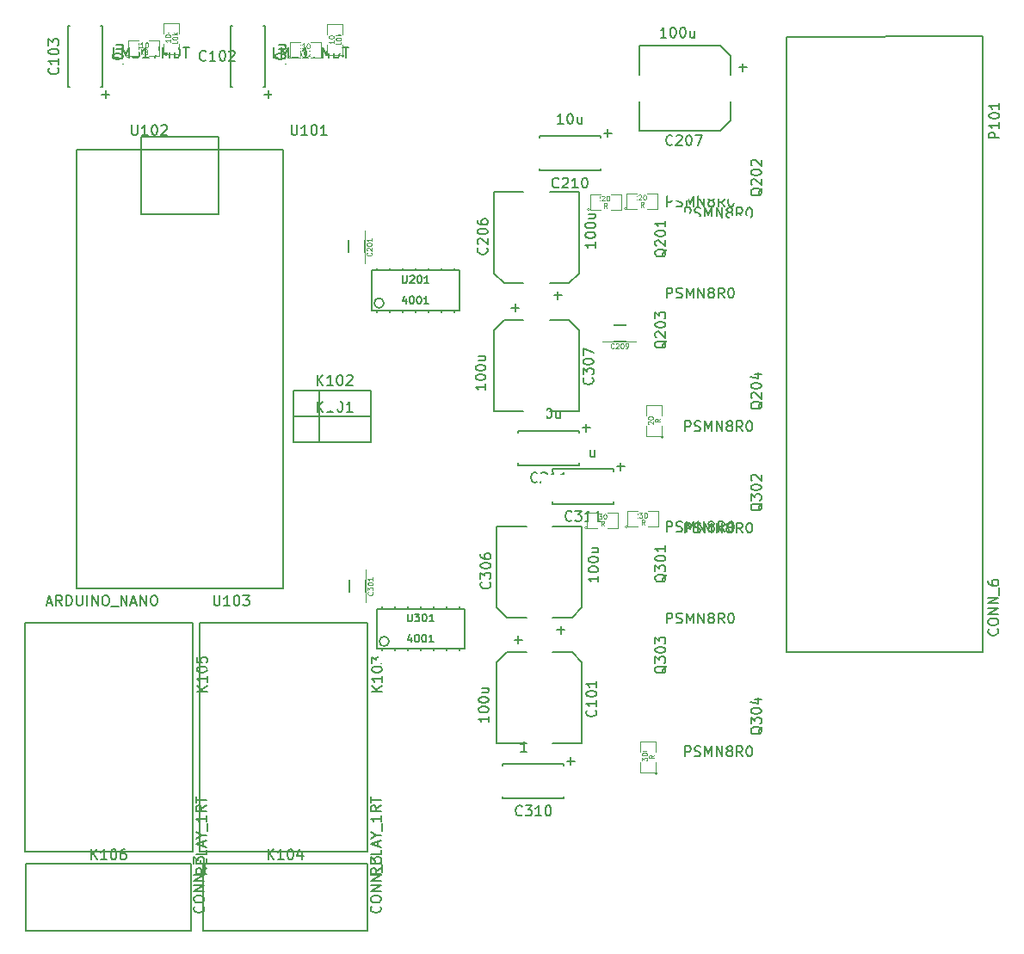
<source format=gto>
G04 (created by PCBNEW (2013-07-07 BZR 4022)-stable) date 01/04/2014 01:53:02*
%MOIN*%
G04 Gerber Fmt 3.4, Leading zero omitted, Abs format*
%FSLAX34Y34*%
G01*
G70*
G90*
G04 APERTURE LIST*
%ADD10C,0.00590551*%
%ADD11C,0.005*%
%ADD12C,0.0039*%
%ADD13C,0.006*%
%ADD14C,0.0059*%
%ADD15C,0.0043*%
%ADD16C,0.0047*%
%ADD17R,0.224409X0.216535*%
%ADD18R,0.0748031X0.0551181*%
%ADD19R,0.127953X0.17126*%
%ADD20R,0.0767717X0.202756*%
%ADD21R,0.0826772X0.0314961*%
%ADD22R,0.0787402X0.0275591*%
%ADD23R,0.025X0.05*%
%ADD24R,0.055X0.035*%
%ADD25R,0.035X0.055*%
%ADD26R,0.06X0.06*%
%ADD27C,0.06*%
%ADD28C,0.11811*%
%ADD29R,0.0787402X0.173228*%
%ADD30R,0.173228X0.0787402*%
%ADD31R,0.114173X0.0944882*%
%ADD32R,0.0944882X0.114173*%
%ADD33R,0.071X0.063*%
%ADD34R,0.063X0.071*%
%ADD35O,0.11811X0.0708661*%
%ADD36O,0.11811X0.11811*%
G04 APERTURE END LIST*
G54D10*
G54D11*
X50150Y-47330D02*
X50150Y-48890D01*
X50150Y-48890D02*
X53550Y-48890D01*
X53550Y-48890D02*
X53550Y-47330D01*
X53550Y-47330D02*
X50150Y-47330D01*
X50850Y-47330D02*
X50850Y-46900D01*
X51350Y-47330D02*
X51350Y-46900D01*
X51850Y-47330D02*
X51850Y-46900D01*
X50350Y-47330D02*
X50350Y-46900D01*
X52350Y-46900D02*
X52350Y-47330D01*
X52850Y-46900D02*
X52850Y-47330D01*
X53350Y-46900D02*
X53350Y-47330D01*
X53350Y-48890D02*
X53350Y-49320D01*
X52850Y-48890D02*
X52850Y-49320D01*
X50350Y-48890D02*
X50350Y-49320D01*
X50850Y-49320D02*
X50850Y-48890D01*
X52350Y-49320D02*
X52350Y-48890D01*
X51850Y-49320D02*
X51850Y-48890D01*
X51350Y-49320D02*
X51350Y-48890D01*
X50626Y-48600D02*
G75*
G03X50626Y-48600I-186J0D01*
G74*
G01*
X49953Y-34220D02*
X49953Y-35780D01*
X49953Y-35780D02*
X53353Y-35780D01*
X53353Y-35780D02*
X53353Y-34220D01*
X53353Y-34220D02*
X49953Y-34220D01*
X50653Y-34220D02*
X50653Y-33790D01*
X51153Y-34220D02*
X51153Y-33790D01*
X51653Y-34220D02*
X51653Y-33790D01*
X50153Y-34220D02*
X50153Y-33790D01*
X52153Y-33790D02*
X52153Y-34220D01*
X52653Y-33790D02*
X52653Y-34220D01*
X53153Y-33790D02*
X53153Y-34220D01*
X53153Y-35780D02*
X53153Y-36210D01*
X52653Y-35780D02*
X52653Y-36210D01*
X50153Y-35780D02*
X50153Y-36210D01*
X50653Y-36210D02*
X50653Y-35780D01*
X52153Y-36210D02*
X52153Y-35780D01*
X51653Y-36210D02*
X51653Y-35780D01*
X51153Y-36210D02*
X51153Y-35780D01*
X50429Y-35490D02*
G75*
G03X50429Y-35490I-186J0D01*
G74*
G01*
G54D12*
X42554Y-25886D02*
G75*
G03X42554Y-25886I-50J0D01*
G74*
G01*
X42504Y-25436D02*
X42504Y-25836D01*
X42504Y-25836D02*
X41904Y-25836D01*
X41904Y-25836D02*
X41904Y-25436D01*
X41904Y-25036D02*
X41904Y-24636D01*
X41904Y-24636D02*
X42504Y-24636D01*
X42504Y-24636D02*
X42504Y-25036D01*
X61019Y-53720D02*
G75*
G03X61019Y-53720I-50J0D01*
G74*
G01*
X60969Y-53270D02*
X60969Y-53670D01*
X60969Y-53670D02*
X60369Y-53670D01*
X60369Y-53670D02*
X60369Y-53270D01*
X60369Y-52870D02*
X60369Y-52470D01*
X60369Y-52470D02*
X60969Y-52470D01*
X60969Y-52470D02*
X60969Y-52870D01*
X59872Y-44158D02*
G75*
G03X59872Y-44158I-50J0D01*
G74*
G01*
X60272Y-44158D02*
X59872Y-44158D01*
X59872Y-44158D02*
X59872Y-43558D01*
X59872Y-43558D02*
X60272Y-43558D01*
X60672Y-43558D02*
X61072Y-43558D01*
X61072Y-43558D02*
X61072Y-44158D01*
X61072Y-44158D02*
X60672Y-44158D01*
X58297Y-44197D02*
G75*
G03X58297Y-44197I-50J0D01*
G74*
G01*
X58697Y-44197D02*
X58297Y-44197D01*
X58297Y-44197D02*
X58297Y-43597D01*
X58297Y-43597D02*
X58697Y-43597D01*
X59097Y-43597D02*
X59497Y-43597D01*
X59497Y-43597D02*
X59497Y-44197D01*
X59497Y-44197D02*
X59097Y-44197D01*
X40541Y-25929D02*
G75*
G03X40541Y-25929I-50J0D01*
G74*
G01*
X40941Y-25929D02*
X40541Y-25929D01*
X40541Y-25929D02*
X40541Y-25329D01*
X40541Y-25329D02*
X40941Y-25329D01*
X41341Y-25329D02*
X41741Y-25329D01*
X41741Y-25329D02*
X41741Y-25929D01*
X41741Y-25929D02*
X41341Y-25929D01*
X48893Y-25925D02*
G75*
G03X48893Y-25925I-50J0D01*
G74*
G01*
X48843Y-25475D02*
X48843Y-25875D01*
X48843Y-25875D02*
X48243Y-25875D01*
X48243Y-25875D02*
X48243Y-25475D01*
X48243Y-25075D02*
X48243Y-24675D01*
X48243Y-24675D02*
X48843Y-24675D01*
X48843Y-24675D02*
X48843Y-25075D01*
X46801Y-25969D02*
G75*
G03X46801Y-25969I-50J0D01*
G74*
G01*
X47201Y-25969D02*
X46801Y-25969D01*
X46801Y-25969D02*
X46801Y-25369D01*
X46801Y-25369D02*
X47201Y-25369D01*
X47601Y-25369D02*
X48001Y-25369D01*
X48001Y-25369D02*
X48001Y-25969D01*
X48001Y-25969D02*
X47601Y-25969D01*
X61255Y-40689D02*
G75*
G03X61255Y-40689I-50J0D01*
G74*
G01*
X61205Y-40239D02*
X61205Y-40639D01*
X61205Y-40639D02*
X60605Y-40639D01*
X60605Y-40639D02*
X60605Y-40239D01*
X60605Y-39839D02*
X60605Y-39439D01*
X60605Y-39439D02*
X61205Y-39439D01*
X61205Y-39439D02*
X61205Y-39839D01*
X59833Y-31835D02*
G75*
G03X59833Y-31835I-50J0D01*
G74*
G01*
X60233Y-31835D02*
X59833Y-31835D01*
X59833Y-31835D02*
X59833Y-31235D01*
X59833Y-31235D02*
X60233Y-31235D01*
X60633Y-31235D02*
X61033Y-31235D01*
X61033Y-31235D02*
X61033Y-31835D01*
X61033Y-31835D02*
X60633Y-31835D01*
X58415Y-31874D02*
G75*
G03X58415Y-31874I-50J0D01*
G74*
G01*
X58815Y-31874D02*
X58415Y-31874D01*
X58415Y-31874D02*
X58415Y-31274D01*
X58415Y-31274D02*
X58815Y-31274D01*
X59215Y-31274D02*
X59615Y-31274D01*
X59615Y-31274D02*
X59615Y-31874D01*
X59615Y-31874D02*
X59215Y-31874D01*
G54D13*
X46925Y-39870D02*
X46925Y-38870D01*
X46925Y-38870D02*
X49925Y-38870D01*
X49925Y-38870D02*
X49925Y-39870D01*
X49925Y-39870D02*
X46925Y-39870D01*
X47925Y-38870D02*
X47925Y-39870D01*
X46925Y-40893D02*
X46925Y-39893D01*
X46925Y-39893D02*
X49925Y-39893D01*
X49925Y-39893D02*
X49925Y-40893D01*
X49925Y-40893D02*
X46925Y-40893D01*
X47925Y-39893D02*
X47925Y-40893D01*
G54D10*
X43031Y-47874D02*
X43031Y-56732D01*
X43031Y-56732D02*
X36535Y-56751D01*
X36535Y-56751D02*
X36535Y-47893D01*
X36535Y-47893D02*
X43031Y-47874D01*
X49803Y-47874D02*
X49803Y-56732D01*
X49803Y-56732D02*
X43307Y-56751D01*
X43307Y-56751D02*
X43307Y-47893D01*
X43307Y-47893D02*
X49803Y-47874D01*
X55944Y-52559D02*
X54803Y-52559D01*
X54803Y-52559D02*
X54803Y-49409D01*
X54803Y-49409D02*
X55196Y-49015D01*
X55196Y-49015D02*
X55944Y-49015D01*
X56968Y-52559D02*
X58110Y-52559D01*
X58110Y-52559D02*
X58110Y-49409D01*
X58110Y-49409D02*
X57716Y-49015D01*
X57716Y-49015D02*
X56968Y-49015D01*
X56850Y-31181D02*
X57992Y-31181D01*
X57992Y-31181D02*
X57992Y-34330D01*
X57992Y-34330D02*
X57598Y-34724D01*
X57598Y-34724D02*
X56850Y-34724D01*
X55826Y-31181D02*
X54685Y-31181D01*
X54685Y-31181D02*
X54685Y-34330D01*
X54685Y-34330D02*
X55078Y-34724D01*
X55078Y-34724D02*
X55826Y-34724D01*
X60314Y-26653D02*
X60314Y-25511D01*
X60314Y-25511D02*
X63464Y-25511D01*
X63464Y-25511D02*
X63858Y-25905D01*
X63858Y-25905D02*
X63858Y-26653D01*
X60314Y-27677D02*
X60314Y-28818D01*
X60314Y-28818D02*
X63464Y-28818D01*
X63464Y-28818D02*
X63858Y-28425D01*
X63858Y-28425D02*
X63858Y-27677D01*
X56968Y-44133D02*
X58110Y-44133D01*
X58110Y-44133D02*
X58110Y-47283D01*
X58110Y-47283D02*
X57716Y-47677D01*
X57716Y-47677D02*
X56968Y-47677D01*
X55944Y-44133D02*
X54803Y-44133D01*
X54803Y-44133D02*
X54803Y-47283D01*
X54803Y-47283D02*
X55196Y-47677D01*
X55196Y-47677D02*
X55944Y-47677D01*
X55826Y-39685D02*
X54685Y-39685D01*
X54685Y-39685D02*
X54685Y-36535D01*
X54685Y-36535D02*
X55078Y-36141D01*
X55078Y-36141D02*
X55826Y-36141D01*
X56850Y-39685D02*
X57992Y-39685D01*
X57992Y-39685D02*
X57992Y-36535D01*
X57992Y-36535D02*
X57598Y-36141D01*
X57598Y-36141D02*
X56850Y-36141D01*
X55039Y-53346D02*
X55039Y-53425D01*
X57401Y-53346D02*
X57401Y-53425D01*
X57401Y-54685D02*
X57401Y-54606D01*
X55039Y-54606D02*
X55039Y-54685D01*
X55039Y-54685D02*
X57401Y-54685D01*
X57401Y-53346D02*
X55039Y-53346D01*
X56968Y-41929D02*
X56968Y-42007D01*
X59330Y-41929D02*
X59330Y-42007D01*
X59330Y-43267D02*
X59330Y-43188D01*
X56968Y-43188D02*
X56968Y-43267D01*
X56968Y-43267D02*
X59330Y-43267D01*
X59330Y-41929D02*
X56968Y-41929D01*
X56456Y-29015D02*
X56456Y-29094D01*
X58818Y-29015D02*
X58818Y-29094D01*
X58818Y-30354D02*
X58818Y-30275D01*
X56456Y-30275D02*
X56456Y-30354D01*
X56456Y-30354D02*
X58818Y-30354D01*
X58818Y-29015D02*
X56456Y-29015D01*
X45826Y-24763D02*
X45748Y-24763D01*
X45826Y-27125D02*
X45748Y-27125D01*
X44488Y-27125D02*
X44566Y-27125D01*
X44566Y-24763D02*
X44488Y-24763D01*
X44488Y-24763D02*
X44488Y-27125D01*
X45826Y-27125D02*
X45826Y-24763D01*
X39527Y-24763D02*
X39448Y-24763D01*
X39527Y-27125D02*
X39448Y-27125D01*
X38188Y-27125D02*
X38267Y-27125D01*
X38267Y-24763D02*
X38188Y-24763D01*
X38188Y-24763D02*
X38188Y-27125D01*
X39527Y-27125D02*
X39527Y-24763D01*
X55629Y-40433D02*
X55629Y-40511D01*
X57992Y-40433D02*
X57992Y-40511D01*
X57992Y-41771D02*
X57992Y-41692D01*
X55629Y-41692D02*
X55629Y-41771D01*
X55629Y-41771D02*
X57992Y-41771D01*
X57992Y-40433D02*
X55629Y-40433D01*
G54D11*
X49089Y-46906D02*
X49729Y-46906D01*
X49729Y-46006D02*
X49089Y-46006D01*
X49729Y-45826D02*
X49089Y-45826D01*
X49089Y-45826D02*
X49089Y-47086D01*
X49089Y-47086D02*
X49729Y-47086D01*
X49729Y-47086D02*
X49729Y-45826D01*
X59116Y-36333D02*
X59116Y-36973D01*
X60016Y-36973D02*
X60016Y-36333D01*
X60196Y-36973D02*
X60196Y-36333D01*
X60196Y-36333D02*
X58936Y-36333D01*
X58936Y-36333D02*
X58936Y-36973D01*
X58936Y-36973D02*
X60196Y-36973D01*
X49050Y-33757D02*
X49690Y-33757D01*
X49690Y-32857D02*
X49050Y-32857D01*
X49690Y-32677D02*
X49050Y-32677D01*
X49050Y-32677D02*
X49050Y-33937D01*
X49050Y-33937D02*
X49690Y-33937D01*
X49690Y-33937D02*
X49690Y-32677D01*
G54D10*
X41019Y-29055D02*
X44019Y-29055D01*
X44019Y-32055D02*
X41019Y-32055D01*
X41019Y-29055D02*
X41019Y-32055D01*
X44019Y-32055D02*
X44019Y-29055D01*
X46519Y-46555D02*
X38519Y-46555D01*
X38519Y-46555D02*
X38519Y-29555D01*
X38519Y-29555D02*
X46519Y-29555D01*
X46519Y-29555D02*
X46519Y-46555D01*
X66038Y-25173D02*
X66043Y-48998D01*
X66043Y-48998D02*
X73613Y-48998D01*
X73613Y-48998D02*
X73613Y-25153D01*
X73613Y-25153D02*
X66038Y-25173D01*
X43425Y-59803D02*
X49803Y-59803D01*
X49803Y-59803D02*
X49803Y-57204D01*
X49803Y-57204D02*
X43425Y-57204D01*
X43425Y-57204D02*
X43425Y-59803D01*
X36574Y-59803D02*
X42952Y-59803D01*
X42952Y-59803D02*
X42952Y-57204D01*
X42952Y-57204D02*
X36574Y-57204D01*
X36574Y-57204D02*
X36574Y-59803D01*
X40663Y-28584D02*
X40663Y-28903D01*
X40682Y-28940D01*
X40701Y-28959D01*
X40738Y-28978D01*
X40813Y-28978D01*
X40851Y-28959D01*
X40869Y-28940D01*
X40888Y-28903D01*
X40888Y-28584D01*
X41282Y-28978D02*
X41057Y-28978D01*
X41169Y-28978D02*
X41169Y-28584D01*
X41132Y-28640D01*
X41094Y-28678D01*
X41057Y-28697D01*
X41526Y-28584D02*
X41563Y-28584D01*
X41601Y-28603D01*
X41619Y-28622D01*
X41638Y-28659D01*
X41657Y-28734D01*
X41657Y-28828D01*
X41638Y-28903D01*
X41619Y-28940D01*
X41601Y-28959D01*
X41563Y-28978D01*
X41526Y-28978D01*
X41488Y-28959D01*
X41469Y-28940D01*
X41451Y-28903D01*
X41432Y-28828D01*
X41432Y-28734D01*
X41451Y-28659D01*
X41469Y-28622D01*
X41488Y-28603D01*
X41526Y-28584D01*
X41807Y-28622D02*
X41826Y-28603D01*
X41863Y-28584D01*
X41957Y-28584D01*
X41994Y-28603D01*
X42013Y-28622D01*
X42032Y-28659D01*
X42032Y-28697D01*
X42013Y-28753D01*
X41788Y-28978D01*
X42032Y-28978D01*
X40160Y-25986D02*
X39972Y-25986D01*
X39972Y-25592D01*
X40291Y-25986D02*
X40291Y-25592D01*
X40422Y-25873D01*
X40553Y-25592D01*
X40553Y-25986D01*
X40703Y-25592D02*
X40947Y-25592D01*
X40816Y-25742D01*
X40872Y-25742D01*
X40910Y-25761D01*
X40928Y-25779D01*
X40947Y-25817D01*
X40947Y-25911D01*
X40928Y-25948D01*
X40910Y-25967D01*
X40872Y-25986D01*
X40760Y-25986D01*
X40722Y-25967D01*
X40703Y-25948D01*
X41322Y-25986D02*
X41097Y-25986D01*
X41210Y-25986D02*
X41210Y-25592D01*
X41172Y-25648D01*
X41135Y-25686D01*
X41097Y-25704D01*
X41453Y-25592D02*
X41716Y-25592D01*
X41547Y-25986D01*
X41866Y-25986D02*
X41866Y-25592D01*
X41997Y-25873D01*
X42128Y-25592D01*
X42128Y-25986D01*
X42316Y-25986D02*
X42316Y-25592D01*
X42410Y-25592D01*
X42466Y-25611D01*
X42503Y-25648D01*
X42522Y-25686D01*
X42541Y-25761D01*
X42541Y-25817D01*
X42522Y-25892D01*
X42503Y-25929D01*
X42466Y-25967D01*
X42410Y-25986D01*
X42316Y-25986D01*
X42653Y-25592D02*
X42878Y-25592D01*
X42766Y-25986D02*
X42766Y-25592D01*
X46844Y-28584D02*
X46844Y-28903D01*
X46863Y-28940D01*
X46882Y-28959D01*
X46919Y-28978D01*
X46994Y-28978D01*
X47032Y-28959D01*
X47050Y-28940D01*
X47069Y-28903D01*
X47069Y-28584D01*
X47463Y-28978D02*
X47238Y-28978D01*
X47350Y-28978D02*
X47350Y-28584D01*
X47313Y-28640D01*
X47275Y-28678D01*
X47238Y-28697D01*
X47707Y-28584D02*
X47744Y-28584D01*
X47782Y-28603D01*
X47800Y-28622D01*
X47819Y-28659D01*
X47838Y-28734D01*
X47838Y-28828D01*
X47819Y-28903D01*
X47800Y-28940D01*
X47782Y-28959D01*
X47744Y-28978D01*
X47707Y-28978D01*
X47669Y-28959D01*
X47650Y-28940D01*
X47632Y-28903D01*
X47613Y-28828D01*
X47613Y-28734D01*
X47632Y-28659D01*
X47650Y-28622D01*
X47669Y-28603D01*
X47707Y-28584D01*
X48213Y-28978D02*
X47988Y-28978D01*
X48100Y-28978D02*
X48100Y-28584D01*
X48063Y-28640D01*
X48025Y-28678D01*
X47988Y-28697D01*
X46341Y-25986D02*
X46153Y-25986D01*
X46153Y-25592D01*
X46472Y-25986D02*
X46472Y-25592D01*
X46603Y-25873D01*
X46735Y-25592D01*
X46735Y-25986D01*
X46885Y-25592D02*
X47128Y-25592D01*
X46997Y-25742D01*
X47053Y-25742D01*
X47091Y-25761D01*
X47110Y-25779D01*
X47128Y-25817D01*
X47128Y-25911D01*
X47110Y-25948D01*
X47091Y-25967D01*
X47053Y-25986D01*
X46941Y-25986D01*
X46903Y-25967D01*
X46885Y-25948D01*
X47503Y-25986D02*
X47278Y-25986D01*
X47391Y-25986D02*
X47391Y-25592D01*
X47353Y-25648D01*
X47316Y-25686D01*
X47278Y-25704D01*
X47634Y-25592D02*
X47897Y-25592D01*
X47728Y-25986D01*
X48047Y-25986D02*
X48047Y-25592D01*
X48178Y-25873D01*
X48309Y-25592D01*
X48309Y-25986D01*
X48497Y-25986D02*
X48497Y-25592D01*
X48591Y-25592D01*
X48647Y-25611D01*
X48684Y-25648D01*
X48703Y-25686D01*
X48722Y-25761D01*
X48722Y-25817D01*
X48703Y-25892D01*
X48684Y-25929D01*
X48647Y-25967D01*
X48591Y-25986D01*
X48497Y-25986D01*
X48834Y-25592D02*
X49059Y-25592D01*
X48947Y-25986D02*
X48947Y-25592D01*
X65084Y-39310D02*
X65065Y-39347D01*
X65028Y-39385D01*
X64972Y-39441D01*
X64953Y-39478D01*
X64953Y-39516D01*
X65047Y-39497D02*
X65028Y-39535D01*
X64990Y-39572D01*
X64915Y-39591D01*
X64784Y-39591D01*
X64709Y-39572D01*
X64672Y-39535D01*
X64653Y-39497D01*
X64653Y-39422D01*
X64672Y-39385D01*
X64709Y-39347D01*
X64784Y-39328D01*
X64915Y-39328D01*
X64990Y-39347D01*
X65028Y-39385D01*
X65047Y-39422D01*
X65047Y-39497D01*
X64690Y-39178D02*
X64672Y-39160D01*
X64653Y-39122D01*
X64653Y-39028D01*
X64672Y-38991D01*
X64690Y-38972D01*
X64728Y-38953D01*
X64765Y-38953D01*
X64822Y-38972D01*
X65047Y-39197D01*
X65047Y-38953D01*
X64653Y-38710D02*
X64653Y-38672D01*
X64672Y-38635D01*
X64690Y-38616D01*
X64728Y-38597D01*
X64803Y-38578D01*
X64897Y-38578D01*
X64972Y-38597D01*
X65009Y-38616D01*
X65028Y-38635D01*
X65047Y-38672D01*
X65047Y-38710D01*
X65028Y-38747D01*
X65009Y-38766D01*
X64972Y-38785D01*
X64897Y-38803D01*
X64803Y-38803D01*
X64728Y-38785D01*
X64690Y-38766D01*
X64672Y-38747D01*
X64653Y-38710D01*
X64784Y-38241D02*
X65047Y-38241D01*
X64634Y-38335D02*
X64915Y-38428D01*
X64915Y-38185D01*
X62094Y-40456D02*
X62094Y-40063D01*
X62244Y-40063D01*
X62281Y-40082D01*
X62300Y-40100D01*
X62319Y-40138D01*
X62319Y-40194D01*
X62300Y-40232D01*
X62281Y-40250D01*
X62244Y-40269D01*
X62094Y-40269D01*
X62469Y-40438D02*
X62525Y-40456D01*
X62619Y-40456D01*
X62656Y-40438D01*
X62675Y-40419D01*
X62694Y-40382D01*
X62694Y-40344D01*
X62675Y-40307D01*
X62656Y-40288D01*
X62619Y-40269D01*
X62544Y-40250D01*
X62506Y-40232D01*
X62487Y-40213D01*
X62469Y-40175D01*
X62469Y-40138D01*
X62487Y-40100D01*
X62506Y-40082D01*
X62544Y-40063D01*
X62637Y-40063D01*
X62694Y-40082D01*
X62862Y-40456D02*
X62862Y-40063D01*
X62994Y-40344D01*
X63125Y-40063D01*
X63125Y-40456D01*
X63312Y-40456D02*
X63312Y-40063D01*
X63537Y-40456D01*
X63537Y-40063D01*
X63781Y-40232D02*
X63744Y-40213D01*
X63725Y-40194D01*
X63706Y-40157D01*
X63706Y-40138D01*
X63725Y-40100D01*
X63744Y-40082D01*
X63781Y-40063D01*
X63856Y-40063D01*
X63893Y-40082D01*
X63912Y-40100D01*
X63931Y-40138D01*
X63931Y-40157D01*
X63912Y-40194D01*
X63893Y-40213D01*
X63856Y-40232D01*
X63781Y-40232D01*
X63744Y-40250D01*
X63725Y-40269D01*
X63706Y-40307D01*
X63706Y-40382D01*
X63725Y-40419D01*
X63744Y-40438D01*
X63781Y-40456D01*
X63856Y-40456D01*
X63893Y-40438D01*
X63912Y-40419D01*
X63931Y-40382D01*
X63931Y-40307D01*
X63912Y-40269D01*
X63893Y-40250D01*
X63856Y-40232D01*
X64325Y-40456D02*
X64193Y-40269D01*
X64100Y-40456D02*
X64100Y-40063D01*
X64250Y-40063D01*
X64287Y-40082D01*
X64306Y-40100D01*
X64325Y-40138D01*
X64325Y-40194D01*
X64306Y-40232D01*
X64287Y-40250D01*
X64250Y-40269D01*
X64100Y-40269D01*
X64568Y-40063D02*
X64606Y-40063D01*
X64643Y-40082D01*
X64662Y-40100D01*
X64681Y-40138D01*
X64700Y-40213D01*
X64700Y-40307D01*
X64681Y-40382D01*
X64662Y-40419D01*
X64643Y-40438D01*
X64606Y-40456D01*
X64568Y-40456D01*
X64531Y-40438D01*
X64512Y-40419D01*
X64493Y-40382D01*
X64475Y-40307D01*
X64475Y-40213D01*
X64493Y-40138D01*
X64512Y-40100D01*
X64531Y-40082D01*
X64568Y-40063D01*
X61372Y-46002D02*
X61353Y-46040D01*
X61315Y-46077D01*
X61259Y-46134D01*
X61240Y-46171D01*
X61240Y-46209D01*
X61334Y-46190D02*
X61315Y-46227D01*
X61278Y-46265D01*
X61203Y-46284D01*
X61072Y-46284D01*
X60997Y-46265D01*
X60959Y-46227D01*
X60940Y-46190D01*
X60940Y-46115D01*
X60959Y-46077D01*
X60997Y-46040D01*
X61072Y-46021D01*
X61203Y-46021D01*
X61278Y-46040D01*
X61315Y-46077D01*
X61334Y-46115D01*
X61334Y-46190D01*
X60940Y-45890D02*
X60940Y-45646D01*
X61090Y-45778D01*
X61090Y-45721D01*
X61109Y-45684D01*
X61128Y-45665D01*
X61165Y-45646D01*
X61259Y-45646D01*
X61297Y-45665D01*
X61315Y-45684D01*
X61334Y-45721D01*
X61334Y-45834D01*
X61315Y-45871D01*
X61297Y-45890D01*
X60940Y-45403D02*
X60940Y-45365D01*
X60959Y-45328D01*
X60978Y-45309D01*
X61015Y-45290D01*
X61090Y-45271D01*
X61184Y-45271D01*
X61259Y-45290D01*
X61297Y-45309D01*
X61315Y-45328D01*
X61334Y-45365D01*
X61334Y-45403D01*
X61315Y-45440D01*
X61297Y-45459D01*
X61259Y-45478D01*
X61184Y-45496D01*
X61090Y-45496D01*
X61015Y-45478D01*
X60978Y-45459D01*
X60959Y-45440D01*
X60940Y-45403D01*
X61334Y-44896D02*
X61334Y-45121D01*
X61334Y-45009D02*
X60940Y-45009D01*
X60997Y-45046D01*
X61034Y-45084D01*
X61053Y-45121D01*
X61381Y-44349D02*
X61381Y-43956D01*
X61531Y-43956D01*
X61569Y-43974D01*
X61587Y-43993D01*
X61606Y-44031D01*
X61606Y-44087D01*
X61587Y-44124D01*
X61569Y-44143D01*
X61531Y-44162D01*
X61381Y-44162D01*
X61756Y-44331D02*
X61812Y-44349D01*
X61906Y-44349D01*
X61944Y-44331D01*
X61962Y-44312D01*
X61981Y-44274D01*
X61981Y-44237D01*
X61962Y-44199D01*
X61944Y-44181D01*
X61906Y-44162D01*
X61831Y-44143D01*
X61794Y-44124D01*
X61775Y-44106D01*
X61756Y-44068D01*
X61756Y-44031D01*
X61775Y-43993D01*
X61794Y-43974D01*
X61831Y-43956D01*
X61925Y-43956D01*
X61981Y-43974D01*
X62150Y-44349D02*
X62150Y-43956D01*
X62281Y-44237D01*
X62412Y-43956D01*
X62412Y-44349D01*
X62600Y-44349D02*
X62600Y-43956D01*
X62825Y-44349D01*
X62825Y-43956D01*
X63068Y-44124D02*
X63031Y-44106D01*
X63012Y-44087D01*
X62993Y-44049D01*
X62993Y-44031D01*
X63012Y-43993D01*
X63031Y-43974D01*
X63068Y-43956D01*
X63143Y-43956D01*
X63181Y-43974D01*
X63200Y-43993D01*
X63218Y-44031D01*
X63218Y-44049D01*
X63200Y-44087D01*
X63181Y-44106D01*
X63143Y-44124D01*
X63068Y-44124D01*
X63031Y-44143D01*
X63012Y-44162D01*
X62993Y-44199D01*
X62993Y-44274D01*
X63012Y-44312D01*
X63031Y-44331D01*
X63068Y-44349D01*
X63143Y-44349D01*
X63181Y-44331D01*
X63200Y-44312D01*
X63218Y-44274D01*
X63218Y-44199D01*
X63200Y-44162D01*
X63181Y-44143D01*
X63143Y-44124D01*
X63612Y-44349D02*
X63481Y-44162D01*
X63387Y-44349D02*
X63387Y-43956D01*
X63537Y-43956D01*
X63575Y-43974D01*
X63593Y-43993D01*
X63612Y-44031D01*
X63612Y-44087D01*
X63593Y-44124D01*
X63575Y-44143D01*
X63537Y-44162D01*
X63387Y-44162D01*
X63856Y-43956D02*
X63893Y-43956D01*
X63931Y-43974D01*
X63950Y-43993D01*
X63968Y-44031D01*
X63987Y-44106D01*
X63987Y-44199D01*
X63968Y-44274D01*
X63950Y-44312D01*
X63931Y-44331D01*
X63893Y-44349D01*
X63856Y-44349D01*
X63818Y-44331D01*
X63800Y-44312D01*
X63781Y-44274D01*
X63762Y-44199D01*
X63762Y-44106D01*
X63781Y-44031D01*
X63800Y-43993D01*
X63818Y-43974D01*
X63856Y-43956D01*
X65084Y-43247D02*
X65065Y-43284D01*
X65028Y-43322D01*
X64972Y-43378D01*
X64953Y-43415D01*
X64953Y-43453D01*
X65047Y-43434D02*
X65028Y-43472D01*
X64990Y-43509D01*
X64915Y-43528D01*
X64784Y-43528D01*
X64709Y-43509D01*
X64672Y-43472D01*
X64653Y-43434D01*
X64653Y-43359D01*
X64672Y-43322D01*
X64709Y-43284D01*
X64784Y-43265D01*
X64915Y-43265D01*
X64990Y-43284D01*
X65028Y-43322D01*
X65047Y-43359D01*
X65047Y-43434D01*
X64653Y-43134D02*
X64653Y-42890D01*
X64803Y-43022D01*
X64803Y-42965D01*
X64822Y-42928D01*
X64840Y-42909D01*
X64878Y-42890D01*
X64972Y-42890D01*
X65009Y-42909D01*
X65028Y-42928D01*
X65047Y-42965D01*
X65047Y-43078D01*
X65028Y-43115D01*
X65009Y-43134D01*
X64653Y-42647D02*
X64653Y-42609D01*
X64672Y-42572D01*
X64690Y-42553D01*
X64728Y-42534D01*
X64803Y-42515D01*
X64897Y-42515D01*
X64972Y-42534D01*
X65009Y-42553D01*
X65028Y-42572D01*
X65047Y-42609D01*
X65047Y-42647D01*
X65028Y-42684D01*
X65009Y-42703D01*
X64972Y-42722D01*
X64897Y-42740D01*
X64803Y-42740D01*
X64728Y-42722D01*
X64690Y-42703D01*
X64672Y-42684D01*
X64653Y-42647D01*
X64690Y-42365D02*
X64672Y-42347D01*
X64653Y-42309D01*
X64653Y-42215D01*
X64672Y-42178D01*
X64690Y-42159D01*
X64728Y-42140D01*
X64765Y-42140D01*
X64822Y-42159D01*
X65047Y-42384D01*
X65047Y-42140D01*
X62094Y-44394D02*
X62094Y-44000D01*
X62244Y-44000D01*
X62281Y-44019D01*
X62300Y-44037D01*
X62319Y-44075D01*
X62319Y-44131D01*
X62300Y-44169D01*
X62281Y-44187D01*
X62244Y-44206D01*
X62094Y-44206D01*
X62469Y-44375D02*
X62525Y-44394D01*
X62619Y-44394D01*
X62656Y-44375D01*
X62675Y-44356D01*
X62694Y-44319D01*
X62694Y-44281D01*
X62675Y-44244D01*
X62656Y-44225D01*
X62619Y-44206D01*
X62544Y-44187D01*
X62506Y-44169D01*
X62487Y-44150D01*
X62469Y-44112D01*
X62469Y-44075D01*
X62487Y-44037D01*
X62506Y-44019D01*
X62544Y-44000D01*
X62637Y-44000D01*
X62694Y-44019D01*
X62862Y-44394D02*
X62862Y-44000D01*
X62994Y-44281D01*
X63125Y-44000D01*
X63125Y-44394D01*
X63312Y-44394D02*
X63312Y-44000D01*
X63537Y-44394D01*
X63537Y-44000D01*
X63781Y-44169D02*
X63744Y-44150D01*
X63725Y-44131D01*
X63706Y-44094D01*
X63706Y-44075D01*
X63725Y-44037D01*
X63744Y-44019D01*
X63781Y-44000D01*
X63856Y-44000D01*
X63893Y-44019D01*
X63912Y-44037D01*
X63931Y-44075D01*
X63931Y-44094D01*
X63912Y-44131D01*
X63893Y-44150D01*
X63856Y-44169D01*
X63781Y-44169D01*
X63744Y-44187D01*
X63725Y-44206D01*
X63706Y-44244D01*
X63706Y-44319D01*
X63725Y-44356D01*
X63744Y-44375D01*
X63781Y-44394D01*
X63856Y-44394D01*
X63893Y-44375D01*
X63912Y-44356D01*
X63931Y-44319D01*
X63931Y-44244D01*
X63912Y-44206D01*
X63893Y-44187D01*
X63856Y-44169D01*
X64325Y-44394D02*
X64193Y-44206D01*
X64100Y-44394D02*
X64100Y-44000D01*
X64250Y-44000D01*
X64287Y-44019D01*
X64306Y-44037D01*
X64325Y-44075D01*
X64325Y-44131D01*
X64306Y-44169D01*
X64287Y-44187D01*
X64250Y-44206D01*
X64100Y-44206D01*
X64568Y-44000D02*
X64606Y-44000D01*
X64643Y-44019D01*
X64662Y-44037D01*
X64681Y-44075D01*
X64700Y-44150D01*
X64700Y-44244D01*
X64681Y-44319D01*
X64662Y-44356D01*
X64643Y-44375D01*
X64606Y-44394D01*
X64568Y-44394D01*
X64531Y-44375D01*
X64512Y-44356D01*
X64493Y-44319D01*
X64475Y-44244D01*
X64475Y-44150D01*
X64493Y-44075D01*
X64512Y-44037D01*
X64531Y-44019D01*
X64568Y-44000D01*
X61372Y-49546D02*
X61353Y-49583D01*
X61315Y-49621D01*
X61259Y-49677D01*
X61240Y-49715D01*
X61240Y-49752D01*
X61334Y-49733D02*
X61315Y-49771D01*
X61278Y-49808D01*
X61203Y-49827D01*
X61072Y-49827D01*
X60997Y-49808D01*
X60959Y-49771D01*
X60940Y-49733D01*
X60940Y-49658D01*
X60959Y-49621D01*
X60997Y-49583D01*
X61072Y-49565D01*
X61203Y-49565D01*
X61278Y-49583D01*
X61315Y-49621D01*
X61334Y-49658D01*
X61334Y-49733D01*
X60940Y-49433D02*
X60940Y-49190D01*
X61090Y-49321D01*
X61090Y-49265D01*
X61109Y-49227D01*
X61128Y-49208D01*
X61165Y-49190D01*
X61259Y-49190D01*
X61297Y-49208D01*
X61315Y-49227D01*
X61334Y-49265D01*
X61334Y-49377D01*
X61315Y-49415D01*
X61297Y-49433D01*
X60940Y-48946D02*
X60940Y-48908D01*
X60959Y-48871D01*
X60978Y-48852D01*
X61015Y-48833D01*
X61090Y-48815D01*
X61184Y-48815D01*
X61259Y-48833D01*
X61297Y-48852D01*
X61315Y-48871D01*
X61334Y-48908D01*
X61334Y-48946D01*
X61315Y-48983D01*
X61297Y-49002D01*
X61259Y-49021D01*
X61184Y-49040D01*
X61090Y-49040D01*
X61015Y-49021D01*
X60978Y-49002D01*
X60959Y-48983D01*
X60940Y-48946D01*
X60940Y-48683D02*
X60940Y-48440D01*
X61090Y-48571D01*
X61090Y-48515D01*
X61109Y-48477D01*
X61128Y-48458D01*
X61165Y-48440D01*
X61259Y-48440D01*
X61297Y-48458D01*
X61315Y-48477D01*
X61334Y-48515D01*
X61334Y-48627D01*
X61315Y-48665D01*
X61297Y-48683D01*
X61381Y-47893D02*
X61381Y-47499D01*
X61531Y-47499D01*
X61569Y-47518D01*
X61587Y-47537D01*
X61606Y-47574D01*
X61606Y-47630D01*
X61587Y-47668D01*
X61569Y-47686D01*
X61531Y-47705D01*
X61381Y-47705D01*
X61756Y-47874D02*
X61812Y-47893D01*
X61906Y-47893D01*
X61944Y-47874D01*
X61962Y-47855D01*
X61981Y-47818D01*
X61981Y-47780D01*
X61962Y-47743D01*
X61944Y-47724D01*
X61906Y-47705D01*
X61831Y-47686D01*
X61794Y-47668D01*
X61775Y-47649D01*
X61756Y-47611D01*
X61756Y-47574D01*
X61775Y-47537D01*
X61794Y-47518D01*
X61831Y-47499D01*
X61925Y-47499D01*
X61981Y-47518D01*
X62150Y-47893D02*
X62150Y-47499D01*
X62281Y-47780D01*
X62412Y-47499D01*
X62412Y-47893D01*
X62600Y-47893D02*
X62600Y-47499D01*
X62825Y-47893D01*
X62825Y-47499D01*
X63068Y-47668D02*
X63031Y-47649D01*
X63012Y-47630D01*
X62993Y-47593D01*
X62993Y-47574D01*
X63012Y-47537D01*
X63031Y-47518D01*
X63068Y-47499D01*
X63143Y-47499D01*
X63181Y-47518D01*
X63200Y-47537D01*
X63218Y-47574D01*
X63218Y-47593D01*
X63200Y-47630D01*
X63181Y-47649D01*
X63143Y-47668D01*
X63068Y-47668D01*
X63031Y-47686D01*
X63012Y-47705D01*
X62993Y-47743D01*
X62993Y-47818D01*
X63012Y-47855D01*
X63031Y-47874D01*
X63068Y-47893D01*
X63143Y-47893D01*
X63181Y-47874D01*
X63200Y-47855D01*
X63218Y-47818D01*
X63218Y-47743D01*
X63200Y-47705D01*
X63181Y-47686D01*
X63143Y-47668D01*
X63612Y-47893D02*
X63481Y-47705D01*
X63387Y-47893D02*
X63387Y-47499D01*
X63537Y-47499D01*
X63575Y-47518D01*
X63593Y-47537D01*
X63612Y-47574D01*
X63612Y-47630D01*
X63593Y-47668D01*
X63575Y-47686D01*
X63537Y-47705D01*
X63387Y-47705D01*
X63856Y-47499D02*
X63893Y-47499D01*
X63931Y-47518D01*
X63950Y-47537D01*
X63968Y-47574D01*
X63987Y-47649D01*
X63987Y-47743D01*
X63968Y-47818D01*
X63950Y-47855D01*
X63931Y-47874D01*
X63893Y-47893D01*
X63856Y-47893D01*
X63818Y-47874D01*
X63800Y-47855D01*
X63781Y-47818D01*
X63762Y-47743D01*
X63762Y-47649D01*
X63781Y-47574D01*
X63800Y-47537D01*
X63818Y-47518D01*
X63856Y-47499D01*
X65084Y-51908D02*
X65065Y-51946D01*
X65028Y-51983D01*
X64972Y-52039D01*
X64953Y-52077D01*
X64953Y-52114D01*
X65047Y-52095D02*
X65028Y-52133D01*
X64990Y-52170D01*
X64915Y-52189D01*
X64784Y-52189D01*
X64709Y-52170D01*
X64672Y-52133D01*
X64653Y-52095D01*
X64653Y-52020D01*
X64672Y-51983D01*
X64709Y-51946D01*
X64784Y-51927D01*
X64915Y-51927D01*
X64990Y-51946D01*
X65028Y-51983D01*
X65047Y-52020D01*
X65047Y-52095D01*
X64653Y-51796D02*
X64653Y-51552D01*
X64803Y-51683D01*
X64803Y-51627D01*
X64822Y-51589D01*
X64840Y-51571D01*
X64878Y-51552D01*
X64972Y-51552D01*
X65009Y-51571D01*
X65028Y-51589D01*
X65047Y-51627D01*
X65047Y-51739D01*
X65028Y-51777D01*
X65009Y-51796D01*
X64653Y-51308D02*
X64653Y-51271D01*
X64672Y-51233D01*
X64690Y-51214D01*
X64728Y-51196D01*
X64803Y-51177D01*
X64897Y-51177D01*
X64972Y-51196D01*
X65009Y-51214D01*
X65028Y-51233D01*
X65047Y-51271D01*
X65047Y-51308D01*
X65028Y-51346D01*
X65009Y-51364D01*
X64972Y-51383D01*
X64897Y-51402D01*
X64803Y-51402D01*
X64728Y-51383D01*
X64690Y-51364D01*
X64672Y-51346D01*
X64653Y-51308D01*
X64784Y-50839D02*
X65047Y-50839D01*
X64634Y-50933D02*
X64915Y-51027D01*
X64915Y-50783D01*
X62094Y-53055D02*
X62094Y-52661D01*
X62244Y-52661D01*
X62281Y-52680D01*
X62300Y-52699D01*
X62319Y-52736D01*
X62319Y-52792D01*
X62300Y-52830D01*
X62281Y-52849D01*
X62244Y-52867D01*
X62094Y-52867D01*
X62469Y-53036D02*
X62525Y-53055D01*
X62619Y-53055D01*
X62656Y-53036D01*
X62675Y-53017D01*
X62694Y-52980D01*
X62694Y-52942D01*
X62675Y-52905D01*
X62656Y-52886D01*
X62619Y-52867D01*
X62544Y-52849D01*
X62506Y-52830D01*
X62487Y-52811D01*
X62469Y-52774D01*
X62469Y-52736D01*
X62487Y-52699D01*
X62506Y-52680D01*
X62544Y-52661D01*
X62637Y-52661D01*
X62694Y-52680D01*
X62862Y-53055D02*
X62862Y-52661D01*
X62994Y-52942D01*
X63125Y-52661D01*
X63125Y-53055D01*
X63312Y-53055D02*
X63312Y-52661D01*
X63537Y-53055D01*
X63537Y-52661D01*
X63781Y-52830D02*
X63744Y-52811D01*
X63725Y-52792D01*
X63706Y-52755D01*
X63706Y-52736D01*
X63725Y-52699D01*
X63744Y-52680D01*
X63781Y-52661D01*
X63856Y-52661D01*
X63893Y-52680D01*
X63912Y-52699D01*
X63931Y-52736D01*
X63931Y-52755D01*
X63912Y-52792D01*
X63893Y-52811D01*
X63856Y-52830D01*
X63781Y-52830D01*
X63744Y-52849D01*
X63725Y-52867D01*
X63706Y-52905D01*
X63706Y-52980D01*
X63725Y-53017D01*
X63744Y-53036D01*
X63781Y-53055D01*
X63856Y-53055D01*
X63893Y-53036D01*
X63912Y-53017D01*
X63931Y-52980D01*
X63931Y-52905D01*
X63912Y-52867D01*
X63893Y-52849D01*
X63856Y-52830D01*
X64325Y-53055D02*
X64193Y-52867D01*
X64100Y-53055D02*
X64100Y-52661D01*
X64250Y-52661D01*
X64287Y-52680D01*
X64306Y-52699D01*
X64325Y-52736D01*
X64325Y-52792D01*
X64306Y-52830D01*
X64287Y-52849D01*
X64250Y-52867D01*
X64100Y-52867D01*
X64568Y-52661D02*
X64606Y-52661D01*
X64643Y-52680D01*
X64662Y-52699D01*
X64681Y-52736D01*
X64700Y-52811D01*
X64700Y-52905D01*
X64681Y-52980D01*
X64662Y-53017D01*
X64643Y-53036D01*
X64606Y-53055D01*
X64568Y-53055D01*
X64531Y-53036D01*
X64512Y-53017D01*
X64493Y-52980D01*
X64475Y-52905D01*
X64475Y-52811D01*
X64493Y-52736D01*
X64512Y-52699D01*
X64531Y-52680D01*
X64568Y-52661D01*
X61372Y-36947D02*
X61353Y-36985D01*
X61315Y-37022D01*
X61259Y-37079D01*
X61240Y-37116D01*
X61240Y-37154D01*
X61334Y-37135D02*
X61315Y-37172D01*
X61278Y-37210D01*
X61203Y-37229D01*
X61072Y-37229D01*
X60997Y-37210D01*
X60959Y-37172D01*
X60940Y-37135D01*
X60940Y-37060D01*
X60959Y-37022D01*
X60997Y-36985D01*
X61072Y-36966D01*
X61203Y-36966D01*
X61278Y-36985D01*
X61315Y-37022D01*
X61334Y-37060D01*
X61334Y-37135D01*
X60978Y-36816D02*
X60959Y-36797D01*
X60940Y-36760D01*
X60940Y-36666D01*
X60959Y-36629D01*
X60978Y-36610D01*
X61015Y-36591D01*
X61053Y-36591D01*
X61109Y-36610D01*
X61334Y-36835D01*
X61334Y-36591D01*
X60940Y-36347D02*
X60940Y-36310D01*
X60959Y-36272D01*
X60978Y-36254D01*
X61015Y-36235D01*
X61090Y-36216D01*
X61184Y-36216D01*
X61259Y-36235D01*
X61297Y-36254D01*
X61315Y-36272D01*
X61334Y-36310D01*
X61334Y-36347D01*
X61315Y-36385D01*
X61297Y-36404D01*
X61259Y-36422D01*
X61184Y-36441D01*
X61090Y-36441D01*
X61015Y-36422D01*
X60978Y-36404D01*
X60959Y-36385D01*
X60940Y-36347D01*
X60940Y-36085D02*
X60940Y-35841D01*
X61090Y-35973D01*
X61090Y-35916D01*
X61109Y-35879D01*
X61128Y-35860D01*
X61165Y-35841D01*
X61259Y-35841D01*
X61297Y-35860D01*
X61315Y-35879D01*
X61334Y-35916D01*
X61334Y-36029D01*
X61315Y-36066D01*
X61297Y-36085D01*
X61381Y-35294D02*
X61381Y-34901D01*
X61531Y-34901D01*
X61569Y-34919D01*
X61587Y-34938D01*
X61606Y-34976D01*
X61606Y-35032D01*
X61587Y-35069D01*
X61569Y-35088D01*
X61531Y-35107D01*
X61381Y-35107D01*
X61756Y-35276D02*
X61812Y-35294D01*
X61906Y-35294D01*
X61944Y-35276D01*
X61962Y-35257D01*
X61981Y-35219D01*
X61981Y-35182D01*
X61962Y-35144D01*
X61944Y-35126D01*
X61906Y-35107D01*
X61831Y-35088D01*
X61794Y-35069D01*
X61775Y-35051D01*
X61756Y-35013D01*
X61756Y-34976D01*
X61775Y-34938D01*
X61794Y-34919D01*
X61831Y-34901D01*
X61925Y-34901D01*
X61981Y-34919D01*
X62150Y-35294D02*
X62150Y-34901D01*
X62281Y-35182D01*
X62412Y-34901D01*
X62412Y-35294D01*
X62600Y-35294D02*
X62600Y-34901D01*
X62825Y-35294D01*
X62825Y-34901D01*
X63068Y-35069D02*
X63031Y-35051D01*
X63012Y-35032D01*
X62993Y-34994D01*
X62993Y-34976D01*
X63012Y-34938D01*
X63031Y-34919D01*
X63068Y-34901D01*
X63143Y-34901D01*
X63181Y-34919D01*
X63200Y-34938D01*
X63218Y-34976D01*
X63218Y-34994D01*
X63200Y-35032D01*
X63181Y-35051D01*
X63143Y-35069D01*
X63068Y-35069D01*
X63031Y-35088D01*
X63012Y-35107D01*
X62993Y-35144D01*
X62993Y-35219D01*
X63012Y-35257D01*
X63031Y-35276D01*
X63068Y-35294D01*
X63143Y-35294D01*
X63181Y-35276D01*
X63200Y-35257D01*
X63218Y-35219D01*
X63218Y-35144D01*
X63200Y-35107D01*
X63181Y-35088D01*
X63143Y-35069D01*
X63612Y-35294D02*
X63481Y-35107D01*
X63387Y-35294D02*
X63387Y-34901D01*
X63537Y-34901D01*
X63575Y-34919D01*
X63593Y-34938D01*
X63612Y-34976D01*
X63612Y-35032D01*
X63593Y-35069D01*
X63575Y-35088D01*
X63537Y-35107D01*
X63387Y-35107D01*
X63856Y-34901D02*
X63893Y-34901D01*
X63931Y-34919D01*
X63950Y-34938D01*
X63968Y-34976D01*
X63987Y-35051D01*
X63987Y-35144D01*
X63968Y-35219D01*
X63950Y-35257D01*
X63931Y-35276D01*
X63893Y-35294D01*
X63856Y-35294D01*
X63818Y-35276D01*
X63800Y-35257D01*
X63781Y-35219D01*
X63762Y-35144D01*
X63762Y-35051D01*
X63781Y-34976D01*
X63800Y-34938D01*
X63818Y-34919D01*
X63856Y-34901D01*
X65084Y-31042D02*
X65065Y-31079D01*
X65028Y-31117D01*
X64972Y-31173D01*
X64953Y-31211D01*
X64953Y-31248D01*
X65047Y-31229D02*
X65028Y-31267D01*
X64990Y-31304D01*
X64915Y-31323D01*
X64784Y-31323D01*
X64709Y-31304D01*
X64672Y-31267D01*
X64653Y-31229D01*
X64653Y-31154D01*
X64672Y-31117D01*
X64709Y-31079D01*
X64784Y-31061D01*
X64915Y-31061D01*
X64990Y-31079D01*
X65028Y-31117D01*
X65047Y-31154D01*
X65047Y-31229D01*
X64690Y-30911D02*
X64672Y-30892D01*
X64653Y-30854D01*
X64653Y-30761D01*
X64672Y-30723D01*
X64690Y-30704D01*
X64728Y-30686D01*
X64765Y-30686D01*
X64822Y-30704D01*
X65047Y-30929D01*
X65047Y-30686D01*
X64653Y-30442D02*
X64653Y-30404D01*
X64672Y-30367D01*
X64690Y-30348D01*
X64728Y-30329D01*
X64803Y-30311D01*
X64897Y-30311D01*
X64972Y-30329D01*
X65009Y-30348D01*
X65028Y-30367D01*
X65047Y-30404D01*
X65047Y-30442D01*
X65028Y-30479D01*
X65009Y-30498D01*
X64972Y-30517D01*
X64897Y-30536D01*
X64803Y-30536D01*
X64728Y-30517D01*
X64690Y-30498D01*
X64672Y-30479D01*
X64653Y-30442D01*
X64690Y-30161D02*
X64672Y-30142D01*
X64653Y-30104D01*
X64653Y-30011D01*
X64672Y-29973D01*
X64690Y-29955D01*
X64728Y-29936D01*
X64765Y-29936D01*
X64822Y-29955D01*
X65047Y-30179D01*
X65047Y-29936D01*
X62094Y-32189D02*
X62094Y-31795D01*
X62244Y-31795D01*
X62281Y-31814D01*
X62300Y-31833D01*
X62319Y-31870D01*
X62319Y-31926D01*
X62300Y-31964D01*
X62281Y-31983D01*
X62244Y-32001D01*
X62094Y-32001D01*
X62469Y-32170D02*
X62525Y-32189D01*
X62619Y-32189D01*
X62656Y-32170D01*
X62675Y-32151D01*
X62694Y-32114D01*
X62694Y-32076D01*
X62675Y-32039D01*
X62656Y-32020D01*
X62619Y-32001D01*
X62544Y-31983D01*
X62506Y-31964D01*
X62487Y-31945D01*
X62469Y-31908D01*
X62469Y-31870D01*
X62487Y-31833D01*
X62506Y-31814D01*
X62544Y-31795D01*
X62637Y-31795D01*
X62694Y-31814D01*
X62862Y-32189D02*
X62862Y-31795D01*
X62994Y-32076D01*
X63125Y-31795D01*
X63125Y-32189D01*
X63312Y-32189D02*
X63312Y-31795D01*
X63537Y-32189D01*
X63537Y-31795D01*
X63781Y-31964D02*
X63744Y-31945D01*
X63725Y-31926D01*
X63706Y-31889D01*
X63706Y-31870D01*
X63725Y-31833D01*
X63744Y-31814D01*
X63781Y-31795D01*
X63856Y-31795D01*
X63893Y-31814D01*
X63912Y-31833D01*
X63931Y-31870D01*
X63931Y-31889D01*
X63912Y-31926D01*
X63893Y-31945D01*
X63856Y-31964D01*
X63781Y-31964D01*
X63744Y-31983D01*
X63725Y-32001D01*
X63706Y-32039D01*
X63706Y-32114D01*
X63725Y-32151D01*
X63744Y-32170D01*
X63781Y-32189D01*
X63856Y-32189D01*
X63893Y-32170D01*
X63912Y-32151D01*
X63931Y-32114D01*
X63931Y-32039D01*
X63912Y-32001D01*
X63893Y-31983D01*
X63856Y-31964D01*
X64325Y-32189D02*
X64193Y-32001D01*
X64100Y-32189D02*
X64100Y-31795D01*
X64250Y-31795D01*
X64287Y-31814D01*
X64306Y-31833D01*
X64325Y-31870D01*
X64325Y-31926D01*
X64306Y-31964D01*
X64287Y-31983D01*
X64250Y-32001D01*
X64100Y-32001D01*
X64568Y-31795D02*
X64606Y-31795D01*
X64643Y-31814D01*
X64662Y-31833D01*
X64681Y-31870D01*
X64700Y-31945D01*
X64700Y-32039D01*
X64681Y-32114D01*
X64662Y-32151D01*
X64643Y-32170D01*
X64606Y-32189D01*
X64568Y-32189D01*
X64531Y-32170D01*
X64512Y-32151D01*
X64493Y-32114D01*
X64475Y-32039D01*
X64475Y-31945D01*
X64493Y-31870D01*
X64512Y-31833D01*
X64531Y-31814D01*
X64568Y-31795D01*
X61372Y-33404D02*
X61353Y-33442D01*
X61315Y-33479D01*
X61259Y-33535D01*
X61240Y-33573D01*
X61240Y-33610D01*
X61334Y-33592D02*
X61315Y-33629D01*
X61278Y-33667D01*
X61203Y-33685D01*
X61072Y-33685D01*
X60997Y-33667D01*
X60959Y-33629D01*
X60940Y-33592D01*
X60940Y-33517D01*
X60959Y-33479D01*
X60997Y-33442D01*
X61072Y-33423D01*
X61203Y-33423D01*
X61278Y-33442D01*
X61315Y-33479D01*
X61334Y-33517D01*
X61334Y-33592D01*
X60978Y-33273D02*
X60959Y-33254D01*
X60940Y-33217D01*
X60940Y-33123D01*
X60959Y-33085D01*
X60978Y-33067D01*
X61015Y-33048D01*
X61053Y-33048D01*
X61109Y-33067D01*
X61334Y-33292D01*
X61334Y-33048D01*
X60940Y-32804D02*
X60940Y-32767D01*
X60959Y-32729D01*
X60978Y-32710D01*
X61015Y-32692D01*
X61090Y-32673D01*
X61184Y-32673D01*
X61259Y-32692D01*
X61297Y-32710D01*
X61315Y-32729D01*
X61334Y-32767D01*
X61334Y-32804D01*
X61315Y-32842D01*
X61297Y-32860D01*
X61259Y-32879D01*
X61184Y-32898D01*
X61090Y-32898D01*
X61015Y-32879D01*
X60978Y-32860D01*
X60959Y-32842D01*
X60940Y-32804D01*
X61334Y-32298D02*
X61334Y-32523D01*
X61334Y-32410D02*
X60940Y-32410D01*
X60997Y-32448D01*
X61034Y-32485D01*
X61053Y-32523D01*
X61381Y-31751D02*
X61381Y-31357D01*
X61531Y-31357D01*
X61569Y-31376D01*
X61587Y-31395D01*
X61606Y-31432D01*
X61606Y-31489D01*
X61587Y-31526D01*
X61569Y-31545D01*
X61531Y-31564D01*
X61381Y-31564D01*
X61756Y-31732D02*
X61812Y-31751D01*
X61906Y-31751D01*
X61944Y-31732D01*
X61962Y-31713D01*
X61981Y-31676D01*
X61981Y-31638D01*
X61962Y-31601D01*
X61944Y-31582D01*
X61906Y-31564D01*
X61831Y-31545D01*
X61794Y-31526D01*
X61775Y-31507D01*
X61756Y-31470D01*
X61756Y-31432D01*
X61775Y-31395D01*
X61794Y-31376D01*
X61831Y-31357D01*
X61925Y-31357D01*
X61981Y-31376D01*
X62150Y-31751D02*
X62150Y-31357D01*
X62281Y-31638D01*
X62412Y-31357D01*
X62412Y-31751D01*
X62600Y-31751D02*
X62600Y-31357D01*
X62825Y-31751D01*
X62825Y-31357D01*
X63068Y-31526D02*
X63031Y-31507D01*
X63012Y-31489D01*
X62993Y-31451D01*
X62993Y-31432D01*
X63012Y-31395D01*
X63031Y-31376D01*
X63068Y-31357D01*
X63143Y-31357D01*
X63181Y-31376D01*
X63200Y-31395D01*
X63218Y-31432D01*
X63218Y-31451D01*
X63200Y-31489D01*
X63181Y-31507D01*
X63143Y-31526D01*
X63068Y-31526D01*
X63031Y-31545D01*
X63012Y-31564D01*
X62993Y-31601D01*
X62993Y-31676D01*
X63012Y-31713D01*
X63031Y-31732D01*
X63068Y-31751D01*
X63143Y-31751D01*
X63181Y-31732D01*
X63200Y-31713D01*
X63218Y-31676D01*
X63218Y-31601D01*
X63200Y-31564D01*
X63181Y-31545D01*
X63143Y-31526D01*
X63612Y-31751D02*
X63481Y-31564D01*
X63387Y-31751D02*
X63387Y-31357D01*
X63537Y-31357D01*
X63575Y-31376D01*
X63593Y-31395D01*
X63612Y-31432D01*
X63612Y-31489D01*
X63593Y-31526D01*
X63575Y-31545D01*
X63537Y-31564D01*
X63387Y-31564D01*
X63856Y-31357D02*
X63893Y-31357D01*
X63931Y-31376D01*
X63950Y-31395D01*
X63968Y-31432D01*
X63987Y-31507D01*
X63987Y-31601D01*
X63968Y-31676D01*
X63950Y-31713D01*
X63931Y-31732D01*
X63893Y-31751D01*
X63856Y-31751D01*
X63818Y-31732D01*
X63800Y-31713D01*
X63781Y-31676D01*
X63762Y-31601D01*
X63762Y-31507D01*
X63781Y-31432D01*
X63800Y-31395D01*
X63818Y-31376D01*
X63856Y-31357D01*
G54D14*
X51344Y-47534D02*
X51344Y-47773D01*
X51358Y-47801D01*
X51372Y-47815D01*
X51400Y-47829D01*
X51457Y-47829D01*
X51485Y-47815D01*
X51499Y-47801D01*
X51513Y-47773D01*
X51513Y-47534D01*
X51625Y-47534D02*
X51808Y-47534D01*
X51709Y-47647D01*
X51752Y-47647D01*
X51780Y-47661D01*
X51794Y-47675D01*
X51808Y-47703D01*
X51808Y-47773D01*
X51794Y-47801D01*
X51780Y-47815D01*
X51752Y-47829D01*
X51667Y-47829D01*
X51639Y-47815D01*
X51625Y-47801D01*
X51990Y-47534D02*
X52018Y-47534D01*
X52047Y-47548D01*
X52061Y-47562D01*
X52075Y-47590D01*
X52089Y-47647D01*
X52089Y-47717D01*
X52075Y-47773D01*
X52061Y-47801D01*
X52047Y-47815D01*
X52018Y-47829D01*
X51990Y-47829D01*
X51962Y-47815D01*
X51948Y-47801D01*
X51934Y-47773D01*
X51920Y-47717D01*
X51920Y-47647D01*
X51934Y-47590D01*
X51948Y-47562D01*
X51962Y-47548D01*
X51990Y-47534D01*
X52370Y-47829D02*
X52201Y-47829D01*
X52285Y-47829D02*
X52285Y-47534D01*
X52257Y-47576D01*
X52229Y-47604D01*
X52201Y-47618D01*
X51485Y-48432D02*
X51485Y-48629D01*
X51414Y-48320D02*
X51344Y-48531D01*
X51527Y-48531D01*
X51695Y-48334D02*
X51723Y-48334D01*
X51752Y-48348D01*
X51766Y-48362D01*
X51780Y-48390D01*
X51794Y-48447D01*
X51794Y-48517D01*
X51780Y-48573D01*
X51766Y-48601D01*
X51752Y-48615D01*
X51723Y-48629D01*
X51695Y-48629D01*
X51667Y-48615D01*
X51653Y-48601D01*
X51639Y-48573D01*
X51625Y-48517D01*
X51625Y-48447D01*
X51639Y-48390D01*
X51653Y-48362D01*
X51667Y-48348D01*
X51695Y-48334D01*
X51976Y-48334D02*
X52004Y-48334D01*
X52033Y-48348D01*
X52047Y-48362D01*
X52061Y-48390D01*
X52075Y-48447D01*
X52075Y-48517D01*
X52061Y-48573D01*
X52047Y-48601D01*
X52033Y-48615D01*
X52004Y-48629D01*
X51976Y-48629D01*
X51948Y-48615D01*
X51934Y-48601D01*
X51920Y-48573D01*
X51906Y-48517D01*
X51906Y-48447D01*
X51920Y-48390D01*
X51934Y-48362D01*
X51948Y-48348D01*
X51976Y-48334D01*
X52356Y-48629D02*
X52187Y-48629D01*
X52271Y-48629D02*
X52271Y-48334D01*
X52243Y-48376D01*
X52215Y-48404D01*
X52187Y-48418D01*
X51147Y-34424D02*
X51147Y-34663D01*
X51161Y-34691D01*
X51175Y-34705D01*
X51204Y-34719D01*
X51260Y-34719D01*
X51288Y-34705D01*
X51302Y-34691D01*
X51316Y-34663D01*
X51316Y-34424D01*
X51442Y-34452D02*
X51456Y-34438D01*
X51484Y-34424D01*
X51555Y-34424D01*
X51583Y-34438D01*
X51597Y-34452D01*
X51611Y-34480D01*
X51611Y-34508D01*
X51597Y-34550D01*
X51428Y-34719D01*
X51611Y-34719D01*
X51794Y-34424D02*
X51822Y-34424D01*
X51850Y-34438D01*
X51864Y-34452D01*
X51878Y-34480D01*
X51892Y-34536D01*
X51892Y-34607D01*
X51878Y-34663D01*
X51864Y-34691D01*
X51850Y-34705D01*
X51822Y-34719D01*
X51794Y-34719D01*
X51765Y-34705D01*
X51751Y-34691D01*
X51737Y-34663D01*
X51723Y-34607D01*
X51723Y-34536D01*
X51737Y-34480D01*
X51751Y-34452D01*
X51765Y-34438D01*
X51794Y-34424D01*
X52173Y-34719D02*
X52004Y-34719D01*
X52089Y-34719D02*
X52089Y-34424D01*
X52060Y-34466D01*
X52032Y-34494D01*
X52004Y-34508D01*
X51288Y-35322D02*
X51288Y-35519D01*
X51218Y-35210D02*
X51147Y-35421D01*
X51330Y-35421D01*
X51499Y-35224D02*
X51527Y-35224D01*
X51555Y-35238D01*
X51569Y-35252D01*
X51583Y-35280D01*
X51597Y-35336D01*
X51597Y-35407D01*
X51583Y-35463D01*
X51569Y-35491D01*
X51555Y-35505D01*
X51527Y-35519D01*
X51499Y-35519D01*
X51470Y-35505D01*
X51456Y-35491D01*
X51442Y-35463D01*
X51428Y-35407D01*
X51428Y-35336D01*
X51442Y-35280D01*
X51456Y-35252D01*
X51470Y-35238D01*
X51499Y-35224D01*
X51779Y-35224D02*
X51808Y-35224D01*
X51836Y-35238D01*
X51850Y-35252D01*
X51864Y-35280D01*
X51878Y-35336D01*
X51878Y-35407D01*
X51864Y-35463D01*
X51850Y-35491D01*
X51836Y-35505D01*
X51808Y-35519D01*
X51779Y-35519D01*
X51751Y-35505D01*
X51737Y-35491D01*
X51723Y-35463D01*
X51709Y-35407D01*
X51709Y-35336D01*
X51723Y-35280D01*
X51737Y-35252D01*
X51751Y-35238D01*
X51779Y-35224D01*
X52159Y-35519D02*
X51990Y-35519D01*
X52074Y-35519D02*
X52074Y-35224D01*
X52046Y-35266D01*
X52018Y-35294D01*
X51990Y-35308D01*
G54D15*
X42159Y-25456D02*
X42065Y-25522D01*
X42159Y-25569D02*
X41962Y-25569D01*
X41962Y-25494D01*
X41971Y-25475D01*
X41981Y-25466D01*
X41999Y-25456D01*
X42028Y-25456D01*
X42046Y-25466D01*
X42056Y-25475D01*
X42065Y-25494D01*
X42065Y-25569D01*
X42159Y-25269D02*
X42159Y-25381D01*
X42159Y-25325D02*
X41962Y-25325D01*
X41990Y-25344D01*
X42009Y-25362D01*
X42018Y-25381D01*
X41962Y-25147D02*
X41962Y-25128D01*
X41971Y-25109D01*
X41981Y-25100D01*
X41999Y-25090D01*
X42037Y-25081D01*
X42084Y-25081D01*
X42121Y-25090D01*
X42140Y-25100D01*
X42150Y-25109D01*
X42159Y-25128D01*
X42159Y-25147D01*
X42150Y-25165D01*
X42140Y-25175D01*
X42121Y-25184D01*
X42084Y-25194D01*
X42037Y-25194D01*
X41999Y-25184D01*
X41981Y-25175D01*
X41971Y-25165D01*
X41962Y-25147D01*
X42028Y-24912D02*
X42159Y-24912D01*
X41953Y-24959D02*
X42093Y-25006D01*
X42093Y-24884D01*
X42434Y-25353D02*
X42434Y-25466D01*
X42434Y-25409D02*
X42237Y-25409D01*
X42265Y-25428D01*
X42284Y-25447D01*
X42293Y-25466D01*
X42237Y-25231D02*
X42237Y-25212D01*
X42246Y-25194D01*
X42256Y-25184D01*
X42274Y-25175D01*
X42312Y-25165D01*
X42359Y-25165D01*
X42396Y-25175D01*
X42415Y-25184D01*
X42425Y-25194D01*
X42434Y-25212D01*
X42434Y-25231D01*
X42425Y-25250D01*
X42415Y-25259D01*
X42396Y-25269D01*
X42359Y-25278D01*
X42312Y-25278D01*
X42274Y-25269D01*
X42256Y-25259D01*
X42246Y-25250D01*
X42237Y-25231D01*
X42434Y-25081D02*
X42237Y-25081D01*
X42359Y-25062D02*
X42434Y-25006D01*
X42303Y-25006D02*
X42378Y-25081D01*
X60624Y-53291D02*
X60530Y-53356D01*
X60624Y-53403D02*
X60427Y-53403D01*
X60427Y-53328D01*
X60436Y-53310D01*
X60445Y-53300D01*
X60464Y-53291D01*
X60492Y-53291D01*
X60511Y-53300D01*
X60520Y-53310D01*
X60530Y-53328D01*
X60530Y-53403D01*
X60427Y-53225D02*
X60427Y-53103D01*
X60502Y-53169D01*
X60502Y-53141D01*
X60511Y-53122D01*
X60520Y-53113D01*
X60539Y-53103D01*
X60586Y-53103D01*
X60605Y-53113D01*
X60614Y-53122D01*
X60624Y-53141D01*
X60624Y-53197D01*
X60614Y-53216D01*
X60605Y-53225D01*
X60427Y-52981D02*
X60427Y-52962D01*
X60436Y-52944D01*
X60445Y-52934D01*
X60464Y-52925D01*
X60502Y-52916D01*
X60548Y-52916D01*
X60586Y-52925D01*
X60605Y-52934D01*
X60614Y-52944D01*
X60624Y-52962D01*
X60624Y-52981D01*
X60614Y-53000D01*
X60605Y-53009D01*
X60586Y-53019D01*
X60548Y-53028D01*
X60502Y-53028D01*
X60464Y-53019D01*
X60445Y-53009D01*
X60436Y-53000D01*
X60427Y-52981D01*
X60427Y-52747D02*
X60427Y-52784D01*
X60436Y-52803D01*
X60445Y-52812D01*
X60473Y-52831D01*
X60511Y-52841D01*
X60586Y-52841D01*
X60605Y-52831D01*
X60614Y-52822D01*
X60624Y-52803D01*
X60624Y-52765D01*
X60614Y-52747D01*
X60605Y-52737D01*
X60586Y-52728D01*
X60539Y-52728D01*
X60520Y-52737D01*
X60511Y-52747D01*
X60502Y-52765D01*
X60502Y-52803D01*
X60511Y-52822D01*
X60520Y-52831D01*
X60539Y-52841D01*
X60899Y-53009D02*
X60805Y-53075D01*
X60899Y-53122D02*
X60702Y-53122D01*
X60702Y-53047D01*
X60711Y-53028D01*
X60720Y-53019D01*
X60739Y-53009D01*
X60767Y-53009D01*
X60786Y-53019D01*
X60795Y-53028D01*
X60805Y-53047D01*
X60805Y-53122D01*
X60251Y-43813D02*
X60186Y-43719D01*
X60139Y-43813D02*
X60139Y-43616D01*
X60214Y-43616D01*
X60233Y-43625D01*
X60242Y-43634D01*
X60251Y-43653D01*
X60251Y-43681D01*
X60242Y-43700D01*
X60233Y-43709D01*
X60214Y-43719D01*
X60139Y-43719D01*
X60317Y-43616D02*
X60439Y-43616D01*
X60373Y-43691D01*
X60402Y-43691D01*
X60420Y-43700D01*
X60430Y-43709D01*
X60439Y-43728D01*
X60439Y-43775D01*
X60430Y-43794D01*
X60420Y-43803D01*
X60402Y-43813D01*
X60345Y-43813D01*
X60327Y-43803D01*
X60317Y-43794D01*
X60561Y-43616D02*
X60580Y-43616D01*
X60599Y-43625D01*
X60608Y-43634D01*
X60617Y-43653D01*
X60627Y-43691D01*
X60627Y-43737D01*
X60617Y-43775D01*
X60608Y-43794D01*
X60599Y-43803D01*
X60580Y-43813D01*
X60561Y-43813D01*
X60542Y-43803D01*
X60533Y-43794D01*
X60524Y-43775D01*
X60514Y-43737D01*
X60514Y-43691D01*
X60524Y-43653D01*
X60533Y-43634D01*
X60542Y-43625D01*
X60561Y-43616D01*
X60796Y-43681D02*
X60796Y-43813D01*
X60749Y-43606D02*
X60702Y-43747D01*
X60824Y-43747D01*
X60533Y-44088D02*
X60467Y-43994D01*
X60420Y-44088D02*
X60420Y-43891D01*
X60495Y-43891D01*
X60514Y-43900D01*
X60524Y-43909D01*
X60533Y-43928D01*
X60533Y-43956D01*
X60524Y-43975D01*
X60514Y-43984D01*
X60495Y-43994D01*
X60420Y-43994D01*
X58677Y-43852D02*
X58611Y-43758D01*
X58564Y-43852D02*
X58564Y-43655D01*
X58639Y-43655D01*
X58658Y-43664D01*
X58667Y-43674D01*
X58677Y-43692D01*
X58677Y-43721D01*
X58667Y-43739D01*
X58658Y-43749D01*
X58639Y-43758D01*
X58564Y-43758D01*
X58742Y-43655D02*
X58864Y-43655D01*
X58799Y-43730D01*
X58827Y-43730D01*
X58846Y-43739D01*
X58855Y-43749D01*
X58864Y-43767D01*
X58864Y-43814D01*
X58855Y-43833D01*
X58846Y-43842D01*
X58827Y-43852D01*
X58770Y-43852D01*
X58752Y-43842D01*
X58742Y-43833D01*
X58986Y-43655D02*
X59005Y-43655D01*
X59024Y-43664D01*
X59033Y-43674D01*
X59043Y-43692D01*
X59052Y-43730D01*
X59052Y-43777D01*
X59043Y-43814D01*
X59033Y-43833D01*
X59024Y-43842D01*
X59005Y-43852D01*
X58986Y-43852D01*
X58967Y-43842D01*
X58958Y-43833D01*
X58949Y-43814D01*
X58939Y-43777D01*
X58939Y-43730D01*
X58949Y-43692D01*
X58958Y-43674D01*
X58967Y-43664D01*
X58986Y-43655D01*
X59118Y-43655D02*
X59240Y-43655D01*
X59174Y-43730D01*
X59202Y-43730D01*
X59221Y-43739D01*
X59230Y-43749D01*
X59240Y-43767D01*
X59240Y-43814D01*
X59230Y-43833D01*
X59221Y-43842D01*
X59202Y-43852D01*
X59146Y-43852D01*
X59127Y-43842D01*
X59118Y-43833D01*
X58958Y-44127D02*
X58892Y-44033D01*
X58846Y-44127D02*
X58846Y-43930D01*
X58921Y-43930D01*
X58939Y-43939D01*
X58949Y-43949D01*
X58958Y-43967D01*
X58958Y-43996D01*
X58949Y-44014D01*
X58939Y-44024D01*
X58921Y-44033D01*
X58846Y-44033D01*
X40921Y-25584D02*
X40855Y-25490D01*
X40808Y-25584D02*
X40808Y-25387D01*
X40883Y-25387D01*
X40902Y-25397D01*
X40911Y-25406D01*
X40921Y-25425D01*
X40921Y-25453D01*
X40911Y-25472D01*
X40902Y-25481D01*
X40883Y-25490D01*
X40808Y-25490D01*
X41108Y-25584D02*
X40996Y-25584D01*
X41052Y-25584D02*
X41052Y-25387D01*
X41033Y-25415D01*
X41015Y-25434D01*
X40996Y-25443D01*
X41230Y-25387D02*
X41249Y-25387D01*
X41268Y-25397D01*
X41277Y-25406D01*
X41287Y-25425D01*
X41296Y-25462D01*
X41296Y-25509D01*
X41287Y-25547D01*
X41277Y-25565D01*
X41268Y-25575D01*
X41249Y-25584D01*
X41230Y-25584D01*
X41212Y-25575D01*
X41202Y-25565D01*
X41193Y-25547D01*
X41183Y-25509D01*
X41183Y-25462D01*
X41193Y-25425D01*
X41202Y-25406D01*
X41212Y-25397D01*
X41230Y-25387D01*
X41362Y-25387D02*
X41484Y-25387D01*
X41418Y-25462D01*
X41446Y-25462D01*
X41465Y-25472D01*
X41474Y-25481D01*
X41484Y-25500D01*
X41484Y-25547D01*
X41474Y-25565D01*
X41465Y-25575D01*
X41446Y-25584D01*
X41390Y-25584D01*
X41371Y-25575D01*
X41362Y-25565D01*
X40808Y-25662D02*
X40930Y-25662D01*
X40864Y-25737D01*
X40893Y-25737D01*
X40911Y-25747D01*
X40921Y-25756D01*
X40930Y-25775D01*
X40930Y-25822D01*
X40921Y-25840D01*
X40911Y-25850D01*
X40893Y-25859D01*
X40836Y-25859D01*
X40818Y-25850D01*
X40808Y-25840D01*
X41015Y-25859D02*
X41015Y-25662D01*
X41033Y-25784D02*
X41090Y-25859D01*
X41090Y-25728D02*
X41015Y-25803D01*
X41202Y-25747D02*
X41183Y-25737D01*
X41174Y-25728D01*
X41165Y-25709D01*
X41165Y-25700D01*
X41174Y-25681D01*
X41183Y-25672D01*
X41202Y-25662D01*
X41240Y-25662D01*
X41258Y-25672D01*
X41268Y-25681D01*
X41277Y-25700D01*
X41277Y-25709D01*
X41268Y-25728D01*
X41258Y-25737D01*
X41240Y-25747D01*
X41202Y-25747D01*
X41183Y-25756D01*
X41174Y-25765D01*
X41165Y-25784D01*
X41165Y-25822D01*
X41174Y-25840D01*
X41183Y-25850D01*
X41202Y-25859D01*
X41240Y-25859D01*
X41258Y-25850D01*
X41268Y-25840D01*
X41277Y-25822D01*
X41277Y-25784D01*
X41268Y-25765D01*
X41258Y-25756D01*
X41240Y-25747D01*
X41455Y-25662D02*
X41362Y-25662D01*
X41352Y-25756D01*
X41362Y-25747D01*
X41380Y-25737D01*
X41427Y-25737D01*
X41446Y-25747D01*
X41455Y-25756D01*
X41465Y-25775D01*
X41465Y-25822D01*
X41455Y-25840D01*
X41446Y-25850D01*
X41427Y-25859D01*
X41380Y-25859D01*
X41362Y-25850D01*
X41352Y-25840D01*
X48498Y-25496D02*
X48404Y-25561D01*
X48498Y-25608D02*
X48301Y-25608D01*
X48301Y-25533D01*
X48310Y-25514D01*
X48319Y-25505D01*
X48338Y-25496D01*
X48366Y-25496D01*
X48385Y-25505D01*
X48394Y-25514D01*
X48404Y-25533D01*
X48404Y-25608D01*
X48498Y-25308D02*
X48498Y-25420D01*
X48498Y-25364D02*
X48301Y-25364D01*
X48329Y-25383D01*
X48347Y-25402D01*
X48357Y-25420D01*
X48301Y-25186D02*
X48301Y-25167D01*
X48310Y-25148D01*
X48319Y-25139D01*
X48338Y-25130D01*
X48376Y-25120D01*
X48422Y-25120D01*
X48460Y-25130D01*
X48479Y-25139D01*
X48488Y-25148D01*
X48498Y-25167D01*
X48498Y-25186D01*
X48488Y-25205D01*
X48479Y-25214D01*
X48460Y-25223D01*
X48422Y-25233D01*
X48376Y-25233D01*
X48338Y-25223D01*
X48319Y-25214D01*
X48310Y-25205D01*
X48301Y-25186D01*
X48319Y-25045D02*
X48310Y-25036D01*
X48301Y-25017D01*
X48301Y-24970D01*
X48310Y-24951D01*
X48319Y-24942D01*
X48338Y-24933D01*
X48357Y-24933D01*
X48385Y-24942D01*
X48498Y-25055D01*
X48498Y-24933D01*
X48773Y-25392D02*
X48773Y-25505D01*
X48773Y-25449D02*
X48576Y-25449D01*
X48604Y-25467D01*
X48622Y-25486D01*
X48632Y-25505D01*
X48576Y-25270D02*
X48576Y-25252D01*
X48585Y-25233D01*
X48594Y-25223D01*
X48613Y-25214D01*
X48651Y-25205D01*
X48697Y-25205D01*
X48735Y-25214D01*
X48754Y-25223D01*
X48763Y-25233D01*
X48773Y-25252D01*
X48773Y-25270D01*
X48763Y-25289D01*
X48754Y-25299D01*
X48735Y-25308D01*
X48697Y-25317D01*
X48651Y-25317D01*
X48613Y-25308D01*
X48594Y-25299D01*
X48585Y-25289D01*
X48576Y-25270D01*
X48773Y-25120D02*
X48576Y-25120D01*
X48697Y-25102D02*
X48773Y-25045D01*
X48641Y-25045D02*
X48716Y-25120D01*
X47181Y-25624D02*
X47115Y-25530D01*
X47068Y-25624D02*
X47068Y-25427D01*
X47143Y-25427D01*
X47162Y-25436D01*
X47171Y-25445D01*
X47181Y-25464D01*
X47181Y-25492D01*
X47171Y-25511D01*
X47162Y-25520D01*
X47143Y-25530D01*
X47068Y-25530D01*
X47368Y-25624D02*
X47256Y-25624D01*
X47312Y-25624D02*
X47312Y-25427D01*
X47293Y-25455D01*
X47274Y-25473D01*
X47256Y-25483D01*
X47490Y-25427D02*
X47509Y-25427D01*
X47528Y-25436D01*
X47537Y-25445D01*
X47546Y-25464D01*
X47556Y-25502D01*
X47556Y-25548D01*
X47546Y-25586D01*
X47537Y-25605D01*
X47528Y-25614D01*
X47509Y-25624D01*
X47490Y-25624D01*
X47471Y-25614D01*
X47462Y-25605D01*
X47453Y-25586D01*
X47443Y-25548D01*
X47443Y-25502D01*
X47453Y-25464D01*
X47462Y-25445D01*
X47471Y-25436D01*
X47490Y-25427D01*
X47743Y-25624D02*
X47631Y-25624D01*
X47687Y-25624D02*
X47687Y-25427D01*
X47668Y-25455D01*
X47650Y-25473D01*
X47631Y-25483D01*
X47096Y-25899D02*
X46984Y-25899D01*
X47040Y-25899D02*
X47040Y-25702D01*
X47021Y-25730D01*
X47002Y-25748D01*
X46984Y-25758D01*
X47181Y-25899D02*
X47181Y-25702D01*
X47199Y-25823D02*
X47256Y-25899D01*
X47256Y-25767D02*
X47181Y-25842D01*
X47378Y-25702D02*
X47396Y-25702D01*
X47415Y-25711D01*
X47425Y-25720D01*
X47434Y-25739D01*
X47443Y-25777D01*
X47443Y-25823D01*
X47434Y-25861D01*
X47425Y-25880D01*
X47415Y-25889D01*
X47396Y-25899D01*
X47378Y-25899D01*
X47359Y-25889D01*
X47349Y-25880D01*
X47340Y-25861D01*
X47331Y-25823D01*
X47331Y-25777D01*
X47340Y-25739D01*
X47349Y-25720D01*
X47359Y-25711D01*
X47378Y-25702D01*
X47518Y-25720D02*
X47528Y-25711D01*
X47546Y-25702D01*
X47593Y-25702D01*
X47612Y-25711D01*
X47622Y-25720D01*
X47631Y-25739D01*
X47631Y-25758D01*
X47622Y-25786D01*
X47509Y-25899D01*
X47631Y-25899D01*
X47819Y-25899D02*
X47706Y-25899D01*
X47762Y-25899D02*
X47762Y-25702D01*
X47743Y-25730D01*
X47725Y-25748D01*
X47706Y-25758D01*
X60860Y-40259D02*
X60766Y-40325D01*
X60860Y-40372D02*
X60663Y-40372D01*
X60663Y-40297D01*
X60672Y-40278D01*
X60682Y-40269D01*
X60700Y-40259D01*
X60728Y-40259D01*
X60747Y-40269D01*
X60757Y-40278D01*
X60766Y-40297D01*
X60766Y-40372D01*
X60682Y-40184D02*
X60672Y-40175D01*
X60663Y-40156D01*
X60663Y-40109D01*
X60672Y-40090D01*
X60682Y-40081D01*
X60700Y-40072D01*
X60719Y-40072D01*
X60747Y-40081D01*
X60860Y-40194D01*
X60860Y-40072D01*
X60663Y-39950D02*
X60663Y-39931D01*
X60672Y-39912D01*
X60682Y-39903D01*
X60700Y-39893D01*
X60738Y-39884D01*
X60785Y-39884D01*
X60822Y-39893D01*
X60841Y-39903D01*
X60850Y-39912D01*
X60860Y-39931D01*
X60860Y-39950D01*
X60850Y-39969D01*
X60841Y-39978D01*
X60822Y-39987D01*
X60785Y-39997D01*
X60738Y-39997D01*
X60700Y-39987D01*
X60682Y-39978D01*
X60672Y-39969D01*
X60663Y-39950D01*
X60663Y-39715D02*
X60663Y-39753D01*
X60672Y-39772D01*
X60682Y-39781D01*
X60710Y-39800D01*
X60747Y-39809D01*
X60822Y-39809D01*
X60841Y-39800D01*
X60850Y-39790D01*
X60860Y-39772D01*
X60860Y-39734D01*
X60850Y-39715D01*
X60841Y-39706D01*
X60822Y-39696D01*
X60775Y-39696D01*
X60757Y-39706D01*
X60747Y-39715D01*
X60738Y-39734D01*
X60738Y-39772D01*
X60747Y-39790D01*
X60757Y-39800D01*
X60775Y-39809D01*
X61135Y-39978D02*
X61041Y-40044D01*
X61135Y-40090D02*
X60938Y-40090D01*
X60938Y-40015D01*
X60947Y-39997D01*
X60957Y-39987D01*
X60975Y-39978D01*
X61003Y-39978D01*
X61022Y-39987D01*
X61032Y-39997D01*
X61041Y-40015D01*
X61041Y-40090D01*
X60212Y-31490D02*
X60146Y-31396D01*
X60100Y-31490D02*
X60100Y-31293D01*
X60175Y-31293D01*
X60193Y-31302D01*
X60203Y-31311D01*
X60212Y-31330D01*
X60212Y-31358D01*
X60203Y-31377D01*
X60193Y-31386D01*
X60175Y-31396D01*
X60100Y-31396D01*
X60287Y-31311D02*
X60297Y-31302D01*
X60315Y-31293D01*
X60362Y-31293D01*
X60381Y-31302D01*
X60390Y-31311D01*
X60400Y-31330D01*
X60400Y-31349D01*
X60390Y-31377D01*
X60278Y-31490D01*
X60400Y-31490D01*
X60522Y-31293D02*
X60540Y-31293D01*
X60559Y-31302D01*
X60569Y-31311D01*
X60578Y-31330D01*
X60587Y-31368D01*
X60587Y-31415D01*
X60578Y-31452D01*
X60569Y-31471D01*
X60559Y-31480D01*
X60540Y-31490D01*
X60522Y-31490D01*
X60503Y-31480D01*
X60494Y-31471D01*
X60484Y-31452D01*
X60475Y-31415D01*
X60475Y-31368D01*
X60484Y-31330D01*
X60494Y-31311D01*
X60503Y-31302D01*
X60522Y-31293D01*
X60756Y-31358D02*
X60756Y-31490D01*
X60709Y-31283D02*
X60662Y-31424D01*
X60784Y-31424D01*
X60494Y-31765D02*
X60428Y-31671D01*
X60381Y-31765D02*
X60381Y-31568D01*
X60456Y-31568D01*
X60475Y-31577D01*
X60484Y-31586D01*
X60494Y-31605D01*
X60494Y-31633D01*
X60484Y-31652D01*
X60475Y-31661D01*
X60456Y-31671D01*
X60381Y-31671D01*
X58795Y-31529D02*
X58729Y-31435D01*
X58682Y-31529D02*
X58682Y-31332D01*
X58757Y-31332D01*
X58776Y-31341D01*
X58785Y-31351D01*
X58795Y-31370D01*
X58795Y-31398D01*
X58785Y-31416D01*
X58776Y-31426D01*
X58757Y-31435D01*
X58682Y-31435D01*
X58870Y-31351D02*
X58879Y-31341D01*
X58898Y-31332D01*
X58945Y-31332D01*
X58964Y-31341D01*
X58973Y-31351D01*
X58982Y-31370D01*
X58982Y-31388D01*
X58973Y-31416D01*
X58860Y-31529D01*
X58982Y-31529D01*
X59104Y-31332D02*
X59123Y-31332D01*
X59142Y-31341D01*
X59151Y-31351D01*
X59161Y-31370D01*
X59170Y-31407D01*
X59170Y-31454D01*
X59161Y-31492D01*
X59151Y-31510D01*
X59142Y-31520D01*
X59123Y-31529D01*
X59104Y-31529D01*
X59086Y-31520D01*
X59076Y-31510D01*
X59067Y-31492D01*
X59057Y-31454D01*
X59057Y-31407D01*
X59067Y-31370D01*
X59076Y-31351D01*
X59086Y-31341D01*
X59104Y-31332D01*
X59236Y-31332D02*
X59358Y-31332D01*
X59292Y-31407D01*
X59320Y-31407D01*
X59339Y-31416D01*
X59348Y-31426D01*
X59358Y-31445D01*
X59358Y-31492D01*
X59348Y-31510D01*
X59339Y-31520D01*
X59320Y-31529D01*
X59264Y-31529D01*
X59245Y-31520D01*
X59236Y-31510D01*
X59076Y-31804D02*
X59011Y-31710D01*
X58964Y-31804D02*
X58964Y-31607D01*
X59039Y-31607D01*
X59057Y-31616D01*
X59067Y-31626D01*
X59076Y-31645D01*
X59076Y-31673D01*
X59067Y-31691D01*
X59057Y-31701D01*
X59039Y-31710D01*
X58964Y-31710D01*
G54D13*
X47849Y-38681D02*
X47849Y-38281D01*
X48077Y-38681D02*
X47906Y-38453D01*
X48077Y-38281D02*
X47849Y-38510D01*
X48458Y-38681D02*
X48229Y-38681D01*
X48344Y-38681D02*
X48344Y-38281D01*
X48306Y-38339D01*
X48268Y-38377D01*
X48229Y-38396D01*
X48706Y-38281D02*
X48744Y-38281D01*
X48782Y-38301D01*
X48801Y-38320D01*
X48820Y-38358D01*
X48839Y-38434D01*
X48839Y-38529D01*
X48820Y-38605D01*
X48801Y-38643D01*
X48782Y-38662D01*
X48744Y-38681D01*
X48706Y-38681D01*
X48668Y-38662D01*
X48649Y-38643D01*
X48629Y-38605D01*
X48610Y-38529D01*
X48610Y-38434D01*
X48629Y-38358D01*
X48649Y-38320D01*
X48668Y-38301D01*
X48706Y-38281D01*
X48991Y-38320D02*
X49010Y-38301D01*
X49049Y-38281D01*
X49144Y-38281D01*
X49182Y-38301D01*
X49201Y-38320D01*
X49220Y-38358D01*
X49220Y-38396D01*
X49201Y-38453D01*
X48972Y-38681D01*
X49220Y-38681D01*
X47849Y-39705D02*
X47849Y-39305D01*
X48077Y-39705D02*
X47906Y-39477D01*
X48077Y-39305D02*
X47849Y-39534D01*
X48458Y-39705D02*
X48229Y-39705D01*
X48344Y-39705D02*
X48344Y-39305D01*
X48306Y-39362D01*
X48268Y-39400D01*
X48229Y-39419D01*
X48706Y-39305D02*
X48744Y-39305D01*
X48782Y-39324D01*
X48801Y-39343D01*
X48820Y-39381D01*
X48839Y-39457D01*
X48839Y-39553D01*
X48820Y-39629D01*
X48801Y-39667D01*
X48782Y-39686D01*
X48744Y-39705D01*
X48706Y-39705D01*
X48668Y-39686D01*
X48649Y-39667D01*
X48629Y-39629D01*
X48610Y-39553D01*
X48610Y-39457D01*
X48629Y-39381D01*
X48649Y-39343D01*
X48668Y-39324D01*
X48706Y-39305D01*
X49220Y-39705D02*
X48991Y-39705D01*
X49106Y-39705D02*
X49106Y-39305D01*
X49068Y-39362D01*
X49029Y-39400D01*
X48991Y-39419D01*
G54D10*
X43584Y-50547D02*
X43190Y-50547D01*
X43584Y-50322D02*
X43359Y-50491D01*
X43190Y-50322D02*
X43415Y-50547D01*
X43584Y-49947D02*
X43584Y-50172D01*
X43584Y-50059D02*
X43190Y-50059D01*
X43247Y-50097D01*
X43284Y-50134D01*
X43303Y-50172D01*
X43190Y-49703D02*
X43190Y-49666D01*
X43209Y-49628D01*
X43228Y-49610D01*
X43265Y-49591D01*
X43340Y-49572D01*
X43434Y-49572D01*
X43509Y-49591D01*
X43547Y-49610D01*
X43565Y-49628D01*
X43584Y-49666D01*
X43584Y-49703D01*
X43565Y-49741D01*
X43547Y-49760D01*
X43509Y-49778D01*
X43434Y-49797D01*
X43340Y-49797D01*
X43265Y-49778D01*
X43228Y-49760D01*
X43209Y-49741D01*
X43190Y-49703D01*
X43190Y-49216D02*
X43190Y-49403D01*
X43378Y-49422D01*
X43359Y-49403D01*
X43340Y-49366D01*
X43340Y-49272D01*
X43359Y-49235D01*
X43378Y-49216D01*
X43415Y-49197D01*
X43509Y-49197D01*
X43547Y-49216D01*
X43565Y-49235D01*
X43584Y-49272D01*
X43584Y-49366D01*
X43565Y-49403D01*
X43547Y-49422D01*
X43545Y-57379D02*
X43357Y-57510D01*
X43545Y-57604D02*
X43151Y-57604D01*
X43151Y-57454D01*
X43170Y-57416D01*
X43188Y-57397D01*
X43226Y-57379D01*
X43282Y-57379D01*
X43320Y-57397D01*
X43338Y-57416D01*
X43357Y-57454D01*
X43357Y-57604D01*
X43338Y-57210D02*
X43338Y-57079D01*
X43545Y-57022D02*
X43545Y-57210D01*
X43151Y-57210D01*
X43151Y-57022D01*
X43545Y-56666D02*
X43545Y-56854D01*
X43151Y-56854D01*
X43432Y-56554D02*
X43432Y-56366D01*
X43545Y-56591D02*
X43151Y-56460D01*
X43545Y-56329D01*
X43357Y-56122D02*
X43545Y-56122D01*
X43151Y-56254D02*
X43357Y-56122D01*
X43151Y-55991D01*
X43582Y-55954D02*
X43582Y-55654D01*
X43545Y-55354D02*
X43545Y-55579D01*
X43545Y-55466D02*
X43151Y-55466D01*
X43207Y-55504D01*
X43245Y-55541D01*
X43263Y-55579D01*
X43545Y-54960D02*
X43357Y-55091D01*
X43545Y-55185D02*
X43151Y-55185D01*
X43151Y-55035D01*
X43170Y-54998D01*
X43188Y-54979D01*
X43226Y-54960D01*
X43282Y-54960D01*
X43320Y-54979D01*
X43338Y-54998D01*
X43357Y-55035D01*
X43357Y-55185D01*
X43151Y-54848D02*
X43151Y-54623D01*
X43545Y-54735D02*
X43151Y-54735D01*
X50356Y-50547D02*
X49962Y-50547D01*
X50356Y-50322D02*
X50131Y-50491D01*
X49962Y-50322D02*
X50187Y-50547D01*
X50356Y-49947D02*
X50356Y-50172D01*
X50356Y-50059D02*
X49962Y-50059D01*
X50018Y-50097D01*
X50056Y-50134D01*
X50074Y-50172D01*
X49962Y-49703D02*
X49962Y-49666D01*
X49981Y-49628D01*
X50000Y-49610D01*
X50037Y-49591D01*
X50112Y-49572D01*
X50206Y-49572D01*
X50281Y-49591D01*
X50318Y-49610D01*
X50337Y-49628D01*
X50356Y-49666D01*
X50356Y-49703D01*
X50337Y-49741D01*
X50318Y-49760D01*
X50281Y-49778D01*
X50206Y-49797D01*
X50112Y-49797D01*
X50037Y-49778D01*
X50000Y-49760D01*
X49981Y-49741D01*
X49962Y-49703D01*
X49962Y-49441D02*
X49962Y-49197D01*
X50112Y-49328D01*
X50112Y-49272D01*
X50131Y-49235D01*
X50149Y-49216D01*
X50187Y-49197D01*
X50281Y-49197D01*
X50318Y-49216D01*
X50337Y-49235D01*
X50356Y-49272D01*
X50356Y-49385D01*
X50337Y-49422D01*
X50318Y-49441D01*
X50316Y-57379D02*
X50129Y-57510D01*
X50316Y-57604D02*
X49923Y-57604D01*
X49923Y-57454D01*
X49941Y-57416D01*
X49960Y-57397D01*
X49998Y-57379D01*
X50054Y-57379D01*
X50091Y-57397D01*
X50110Y-57416D01*
X50129Y-57454D01*
X50129Y-57604D01*
X50110Y-57210D02*
X50110Y-57079D01*
X50316Y-57022D02*
X50316Y-57210D01*
X49923Y-57210D01*
X49923Y-57022D01*
X50316Y-56666D02*
X50316Y-56854D01*
X49923Y-56854D01*
X50204Y-56554D02*
X50204Y-56366D01*
X50316Y-56591D02*
X49923Y-56460D01*
X50316Y-56329D01*
X50129Y-56122D02*
X50316Y-56122D01*
X49923Y-56254D02*
X50129Y-56122D01*
X49923Y-55991D01*
X50354Y-55954D02*
X50354Y-55654D01*
X50316Y-55354D02*
X50316Y-55579D01*
X50316Y-55466D02*
X49923Y-55466D01*
X49979Y-55504D01*
X50016Y-55541D01*
X50035Y-55579D01*
X50316Y-54960D02*
X50129Y-55091D01*
X50316Y-55185D02*
X49923Y-55185D01*
X49923Y-55035D01*
X49941Y-54998D01*
X49960Y-54979D01*
X49998Y-54960D01*
X50054Y-54960D01*
X50091Y-54979D01*
X50110Y-54998D01*
X50129Y-55035D01*
X50129Y-55185D01*
X49923Y-54848D02*
X49923Y-54623D01*
X50316Y-54735D02*
X49923Y-54735D01*
X58625Y-51267D02*
X58644Y-51286D01*
X58663Y-51342D01*
X58663Y-51379D01*
X58644Y-51436D01*
X58607Y-51473D01*
X58569Y-51492D01*
X58494Y-51511D01*
X58438Y-51511D01*
X58363Y-51492D01*
X58325Y-51473D01*
X58288Y-51436D01*
X58269Y-51379D01*
X58269Y-51342D01*
X58288Y-51286D01*
X58307Y-51267D01*
X58663Y-50892D02*
X58663Y-51117D01*
X58663Y-51004D02*
X58269Y-51004D01*
X58325Y-51042D01*
X58363Y-51079D01*
X58382Y-51117D01*
X58269Y-50648D02*
X58269Y-50611D01*
X58288Y-50573D01*
X58307Y-50554D01*
X58344Y-50536D01*
X58419Y-50517D01*
X58513Y-50517D01*
X58588Y-50536D01*
X58625Y-50554D01*
X58644Y-50573D01*
X58663Y-50611D01*
X58663Y-50648D01*
X58644Y-50686D01*
X58625Y-50704D01*
X58588Y-50723D01*
X58513Y-50742D01*
X58419Y-50742D01*
X58344Y-50723D01*
X58307Y-50704D01*
X58288Y-50686D01*
X58269Y-50648D01*
X58663Y-50142D02*
X58663Y-50367D01*
X58663Y-50254D02*
X58269Y-50254D01*
X58325Y-50292D01*
X58363Y-50329D01*
X58382Y-50367D01*
X54490Y-51503D02*
X54490Y-51728D01*
X54490Y-51616D02*
X54096Y-51616D01*
X54152Y-51653D01*
X54190Y-51691D01*
X54208Y-51728D01*
X54096Y-51259D02*
X54096Y-51222D01*
X54115Y-51184D01*
X54133Y-51166D01*
X54171Y-51147D01*
X54246Y-51128D01*
X54340Y-51128D01*
X54415Y-51147D01*
X54452Y-51166D01*
X54471Y-51184D01*
X54490Y-51222D01*
X54490Y-51259D01*
X54471Y-51297D01*
X54452Y-51316D01*
X54415Y-51334D01*
X54340Y-51353D01*
X54246Y-51353D01*
X54171Y-51334D01*
X54133Y-51316D01*
X54115Y-51297D01*
X54096Y-51259D01*
X54096Y-50884D02*
X54096Y-50847D01*
X54115Y-50809D01*
X54133Y-50791D01*
X54171Y-50772D01*
X54246Y-50753D01*
X54340Y-50753D01*
X54415Y-50772D01*
X54452Y-50791D01*
X54471Y-50809D01*
X54490Y-50847D01*
X54490Y-50884D01*
X54471Y-50922D01*
X54452Y-50941D01*
X54415Y-50959D01*
X54340Y-50978D01*
X54246Y-50978D01*
X54171Y-50959D01*
X54133Y-50941D01*
X54115Y-50922D01*
X54096Y-50884D01*
X54227Y-50416D02*
X54490Y-50416D01*
X54227Y-50584D02*
X54433Y-50584D01*
X54471Y-50566D01*
X54490Y-50528D01*
X54490Y-50472D01*
X54471Y-50434D01*
X54452Y-50416D01*
X55639Y-48693D02*
X55639Y-48393D01*
X55789Y-48543D02*
X55489Y-48543D01*
X54413Y-33353D02*
X54431Y-33372D01*
X54450Y-33428D01*
X54450Y-33466D01*
X54431Y-33522D01*
X54394Y-33560D01*
X54356Y-33578D01*
X54281Y-33597D01*
X54225Y-33597D01*
X54150Y-33578D01*
X54113Y-33560D01*
X54075Y-33522D01*
X54056Y-33466D01*
X54056Y-33428D01*
X54075Y-33372D01*
X54094Y-33353D01*
X54094Y-33203D02*
X54075Y-33185D01*
X54056Y-33147D01*
X54056Y-33053D01*
X54075Y-33016D01*
X54094Y-32997D01*
X54131Y-32979D01*
X54169Y-32979D01*
X54225Y-32997D01*
X54450Y-33222D01*
X54450Y-32979D01*
X54056Y-32735D02*
X54056Y-32697D01*
X54075Y-32660D01*
X54094Y-32641D01*
X54131Y-32622D01*
X54206Y-32604D01*
X54300Y-32604D01*
X54375Y-32622D01*
X54413Y-32641D01*
X54431Y-32660D01*
X54450Y-32697D01*
X54450Y-32735D01*
X54431Y-32772D01*
X54413Y-32791D01*
X54375Y-32810D01*
X54300Y-32829D01*
X54206Y-32829D01*
X54131Y-32810D01*
X54094Y-32791D01*
X54075Y-32772D01*
X54056Y-32735D01*
X54056Y-32266D02*
X54056Y-32341D01*
X54075Y-32379D01*
X54094Y-32397D01*
X54150Y-32435D01*
X54225Y-32454D01*
X54375Y-32454D01*
X54413Y-32435D01*
X54431Y-32416D01*
X54450Y-32379D01*
X54450Y-32304D01*
X54431Y-32266D01*
X54413Y-32247D01*
X54375Y-32229D01*
X54281Y-32229D01*
X54244Y-32247D01*
X54225Y-32266D01*
X54206Y-32304D01*
X54206Y-32379D01*
X54225Y-32416D01*
X54244Y-32435D01*
X54281Y-32454D01*
X58623Y-33117D02*
X58623Y-33342D01*
X58623Y-33230D02*
X58230Y-33230D01*
X58286Y-33267D01*
X58323Y-33305D01*
X58342Y-33342D01*
X58230Y-32874D02*
X58230Y-32836D01*
X58248Y-32799D01*
X58267Y-32780D01*
X58305Y-32761D01*
X58380Y-32742D01*
X58473Y-32742D01*
X58548Y-32761D01*
X58586Y-32780D01*
X58605Y-32799D01*
X58623Y-32836D01*
X58623Y-32874D01*
X58605Y-32911D01*
X58586Y-32930D01*
X58548Y-32949D01*
X58473Y-32967D01*
X58380Y-32967D01*
X58305Y-32949D01*
X58267Y-32930D01*
X58248Y-32911D01*
X58230Y-32874D01*
X58230Y-32499D02*
X58230Y-32461D01*
X58248Y-32424D01*
X58267Y-32405D01*
X58305Y-32386D01*
X58380Y-32367D01*
X58473Y-32367D01*
X58548Y-32386D01*
X58586Y-32405D01*
X58605Y-32424D01*
X58623Y-32461D01*
X58623Y-32499D01*
X58605Y-32536D01*
X58586Y-32555D01*
X58548Y-32574D01*
X58473Y-32592D01*
X58380Y-32592D01*
X58305Y-32574D01*
X58267Y-32555D01*
X58248Y-32536D01*
X58230Y-32499D01*
X58361Y-32030D02*
X58623Y-32030D01*
X58361Y-32199D02*
X58567Y-32199D01*
X58605Y-32180D01*
X58623Y-32142D01*
X58623Y-32086D01*
X58605Y-32049D01*
X58586Y-32030D01*
X57174Y-35346D02*
X57174Y-35046D01*
X57324Y-35196D02*
X57024Y-35196D01*
X61606Y-29334D02*
X61587Y-29353D01*
X61531Y-29371D01*
X61494Y-29371D01*
X61437Y-29353D01*
X61400Y-29315D01*
X61381Y-29278D01*
X61362Y-29203D01*
X61362Y-29146D01*
X61381Y-29071D01*
X61400Y-29034D01*
X61437Y-28997D01*
X61494Y-28978D01*
X61531Y-28978D01*
X61587Y-28997D01*
X61606Y-29015D01*
X61756Y-29015D02*
X61775Y-28997D01*
X61812Y-28978D01*
X61906Y-28978D01*
X61944Y-28997D01*
X61962Y-29015D01*
X61981Y-29053D01*
X61981Y-29090D01*
X61962Y-29146D01*
X61737Y-29371D01*
X61981Y-29371D01*
X62225Y-28978D02*
X62262Y-28978D01*
X62300Y-28997D01*
X62319Y-29015D01*
X62337Y-29053D01*
X62356Y-29128D01*
X62356Y-29221D01*
X62337Y-29296D01*
X62319Y-29334D01*
X62300Y-29353D01*
X62262Y-29371D01*
X62225Y-29371D01*
X62187Y-29353D01*
X62169Y-29334D01*
X62150Y-29296D01*
X62131Y-29221D01*
X62131Y-29128D01*
X62150Y-29053D01*
X62169Y-29015D01*
X62187Y-28997D01*
X62225Y-28978D01*
X62487Y-28978D02*
X62750Y-28978D01*
X62581Y-29371D01*
X61370Y-25198D02*
X61145Y-25198D01*
X61257Y-25198D02*
X61257Y-24805D01*
X61220Y-24861D01*
X61182Y-24898D01*
X61145Y-24917D01*
X61614Y-24805D02*
X61651Y-24805D01*
X61689Y-24823D01*
X61707Y-24842D01*
X61726Y-24880D01*
X61745Y-24955D01*
X61745Y-25048D01*
X61726Y-25123D01*
X61707Y-25161D01*
X61689Y-25179D01*
X61651Y-25198D01*
X61614Y-25198D01*
X61576Y-25179D01*
X61557Y-25161D01*
X61539Y-25123D01*
X61520Y-25048D01*
X61520Y-24955D01*
X61539Y-24880D01*
X61557Y-24842D01*
X61576Y-24823D01*
X61614Y-24805D01*
X61989Y-24805D02*
X62026Y-24805D01*
X62064Y-24823D01*
X62082Y-24842D01*
X62101Y-24880D01*
X62120Y-24955D01*
X62120Y-25048D01*
X62101Y-25123D01*
X62082Y-25161D01*
X62064Y-25179D01*
X62026Y-25198D01*
X61989Y-25198D01*
X61951Y-25179D01*
X61932Y-25161D01*
X61914Y-25123D01*
X61895Y-25048D01*
X61895Y-24955D01*
X61914Y-24880D01*
X61932Y-24842D01*
X61951Y-24823D01*
X61989Y-24805D01*
X62457Y-24936D02*
X62457Y-25198D01*
X62289Y-24936D02*
X62289Y-25142D01*
X62307Y-25179D01*
X62345Y-25198D01*
X62401Y-25198D01*
X62439Y-25179D01*
X62457Y-25161D01*
X64180Y-26347D02*
X64480Y-26347D01*
X64330Y-26497D02*
X64330Y-26197D01*
X54531Y-46306D02*
X54550Y-46325D01*
X54568Y-46381D01*
X54568Y-46419D01*
X54550Y-46475D01*
X54512Y-46512D01*
X54475Y-46531D01*
X54400Y-46550D01*
X54343Y-46550D01*
X54268Y-46531D01*
X54231Y-46512D01*
X54193Y-46475D01*
X54175Y-46419D01*
X54175Y-46381D01*
X54193Y-46325D01*
X54212Y-46306D01*
X54175Y-46175D02*
X54175Y-45931D01*
X54325Y-46062D01*
X54325Y-46006D01*
X54343Y-45969D01*
X54362Y-45950D01*
X54400Y-45931D01*
X54493Y-45931D01*
X54531Y-45950D01*
X54550Y-45969D01*
X54568Y-46006D01*
X54568Y-46119D01*
X54550Y-46156D01*
X54531Y-46175D01*
X54175Y-45688D02*
X54175Y-45650D01*
X54193Y-45613D01*
X54212Y-45594D01*
X54250Y-45575D01*
X54325Y-45556D01*
X54418Y-45556D01*
X54493Y-45575D01*
X54531Y-45594D01*
X54550Y-45613D01*
X54568Y-45650D01*
X54568Y-45688D01*
X54550Y-45725D01*
X54531Y-45744D01*
X54493Y-45763D01*
X54418Y-45781D01*
X54325Y-45781D01*
X54250Y-45763D01*
X54212Y-45744D01*
X54193Y-45725D01*
X54175Y-45688D01*
X54175Y-45219D02*
X54175Y-45294D01*
X54193Y-45331D01*
X54212Y-45350D01*
X54268Y-45388D01*
X54343Y-45406D01*
X54493Y-45406D01*
X54531Y-45388D01*
X54550Y-45369D01*
X54568Y-45331D01*
X54568Y-45256D01*
X54550Y-45219D01*
X54531Y-45200D01*
X54493Y-45181D01*
X54400Y-45181D01*
X54362Y-45200D01*
X54343Y-45219D01*
X54325Y-45256D01*
X54325Y-45331D01*
X54343Y-45369D01*
X54362Y-45388D01*
X54400Y-45406D01*
X58742Y-46070D02*
X58742Y-46295D01*
X58742Y-46182D02*
X58348Y-46182D01*
X58404Y-46220D01*
X58442Y-46257D01*
X58460Y-46295D01*
X58348Y-45826D02*
X58348Y-45789D01*
X58367Y-45751D01*
X58385Y-45733D01*
X58423Y-45714D01*
X58498Y-45695D01*
X58592Y-45695D01*
X58667Y-45714D01*
X58704Y-45733D01*
X58723Y-45751D01*
X58742Y-45789D01*
X58742Y-45826D01*
X58723Y-45864D01*
X58704Y-45883D01*
X58667Y-45901D01*
X58592Y-45920D01*
X58498Y-45920D01*
X58423Y-45901D01*
X58385Y-45883D01*
X58367Y-45864D01*
X58348Y-45826D01*
X58348Y-45451D02*
X58348Y-45414D01*
X58367Y-45376D01*
X58385Y-45358D01*
X58423Y-45339D01*
X58498Y-45320D01*
X58592Y-45320D01*
X58667Y-45339D01*
X58704Y-45358D01*
X58723Y-45376D01*
X58742Y-45414D01*
X58742Y-45451D01*
X58723Y-45489D01*
X58704Y-45508D01*
X58667Y-45526D01*
X58592Y-45545D01*
X58498Y-45545D01*
X58423Y-45526D01*
X58385Y-45508D01*
X58367Y-45489D01*
X58348Y-45451D01*
X58479Y-44983D02*
X58742Y-44983D01*
X58479Y-45151D02*
X58685Y-45151D01*
X58723Y-45133D01*
X58742Y-45095D01*
X58742Y-45039D01*
X58723Y-45001D01*
X58704Y-44983D01*
X57292Y-48299D02*
X57292Y-47999D01*
X57442Y-48149D02*
X57142Y-48149D01*
X58507Y-38393D02*
X58526Y-38412D01*
X58545Y-38468D01*
X58545Y-38505D01*
X58526Y-38562D01*
X58488Y-38599D01*
X58451Y-38618D01*
X58376Y-38637D01*
X58320Y-38637D01*
X58245Y-38618D01*
X58207Y-38599D01*
X58170Y-38562D01*
X58151Y-38505D01*
X58151Y-38468D01*
X58170Y-38412D01*
X58188Y-38393D01*
X58151Y-38262D02*
X58151Y-38018D01*
X58301Y-38149D01*
X58301Y-38093D01*
X58320Y-38055D01*
X58338Y-38037D01*
X58376Y-38018D01*
X58470Y-38018D01*
X58507Y-38037D01*
X58526Y-38055D01*
X58545Y-38093D01*
X58545Y-38205D01*
X58526Y-38243D01*
X58507Y-38262D01*
X58151Y-37774D02*
X58151Y-37737D01*
X58170Y-37699D01*
X58188Y-37680D01*
X58226Y-37662D01*
X58301Y-37643D01*
X58395Y-37643D01*
X58470Y-37662D01*
X58507Y-37680D01*
X58526Y-37699D01*
X58545Y-37737D01*
X58545Y-37774D01*
X58526Y-37812D01*
X58507Y-37830D01*
X58470Y-37849D01*
X58395Y-37868D01*
X58301Y-37868D01*
X58226Y-37849D01*
X58188Y-37830D01*
X58170Y-37812D01*
X58151Y-37774D01*
X58151Y-37512D02*
X58151Y-37249D01*
X58545Y-37418D01*
X54371Y-38629D02*
X54371Y-38854D01*
X54371Y-38742D02*
X53978Y-38742D01*
X54034Y-38779D01*
X54071Y-38817D01*
X54090Y-38854D01*
X53978Y-38385D02*
X53978Y-38348D01*
X53997Y-38310D01*
X54015Y-38292D01*
X54053Y-38273D01*
X54128Y-38254D01*
X54221Y-38254D01*
X54296Y-38273D01*
X54334Y-38292D01*
X54353Y-38310D01*
X54371Y-38348D01*
X54371Y-38385D01*
X54353Y-38423D01*
X54334Y-38442D01*
X54296Y-38460D01*
X54221Y-38479D01*
X54128Y-38479D01*
X54053Y-38460D01*
X54015Y-38442D01*
X53997Y-38423D01*
X53978Y-38385D01*
X53978Y-38010D02*
X53978Y-37973D01*
X53997Y-37935D01*
X54015Y-37917D01*
X54053Y-37898D01*
X54128Y-37879D01*
X54221Y-37879D01*
X54296Y-37898D01*
X54334Y-37917D01*
X54353Y-37935D01*
X54371Y-37973D01*
X54371Y-38010D01*
X54353Y-38048D01*
X54334Y-38067D01*
X54296Y-38085D01*
X54221Y-38104D01*
X54128Y-38104D01*
X54053Y-38085D01*
X54015Y-38067D01*
X53997Y-38048D01*
X53978Y-38010D01*
X54109Y-37542D02*
X54371Y-37542D01*
X54109Y-37710D02*
X54315Y-37710D01*
X54353Y-37692D01*
X54371Y-37654D01*
X54371Y-37598D01*
X54353Y-37560D01*
X54334Y-37542D01*
X55521Y-35819D02*
X55521Y-35519D01*
X55671Y-35669D02*
X55371Y-35669D01*
X55779Y-55318D02*
X55761Y-55337D01*
X55704Y-55356D01*
X55667Y-55356D01*
X55611Y-55337D01*
X55573Y-55299D01*
X55554Y-55262D01*
X55536Y-55187D01*
X55536Y-55131D01*
X55554Y-55056D01*
X55573Y-55018D01*
X55611Y-54981D01*
X55667Y-54962D01*
X55704Y-54962D01*
X55761Y-54981D01*
X55779Y-55000D01*
X55911Y-54962D02*
X56154Y-54962D01*
X56023Y-55112D01*
X56079Y-55112D01*
X56117Y-55131D01*
X56136Y-55149D01*
X56154Y-55187D01*
X56154Y-55281D01*
X56136Y-55318D01*
X56117Y-55337D01*
X56079Y-55356D01*
X55967Y-55356D01*
X55929Y-55337D01*
X55911Y-55318D01*
X56529Y-55356D02*
X56304Y-55356D01*
X56417Y-55356D02*
X56417Y-54962D01*
X56379Y-55018D01*
X56342Y-55056D01*
X56304Y-55074D01*
X56773Y-54962D02*
X56811Y-54962D01*
X56848Y-54981D01*
X56867Y-55000D01*
X56886Y-55037D01*
X56904Y-55112D01*
X56904Y-55206D01*
X56886Y-55281D01*
X56867Y-55318D01*
X56848Y-55337D01*
X56811Y-55356D01*
X56773Y-55356D01*
X56736Y-55337D01*
X56717Y-55318D01*
X56698Y-55281D01*
X56679Y-55206D01*
X56679Y-55112D01*
X56698Y-55037D01*
X56717Y-55000D01*
X56736Y-54981D01*
X56773Y-54962D01*
X55967Y-52875D02*
X55742Y-52875D01*
X55854Y-52875D02*
X55854Y-52482D01*
X55817Y-52538D01*
X55779Y-52575D01*
X55742Y-52594D01*
X56211Y-52482D02*
X56248Y-52482D01*
X56286Y-52500D01*
X56304Y-52519D01*
X56323Y-52557D01*
X56342Y-52632D01*
X56342Y-52725D01*
X56323Y-52800D01*
X56304Y-52838D01*
X56286Y-52857D01*
X56248Y-52875D01*
X56211Y-52875D01*
X56173Y-52857D01*
X56154Y-52838D01*
X56136Y-52800D01*
X56117Y-52725D01*
X56117Y-52632D01*
X56136Y-52557D01*
X56154Y-52519D01*
X56173Y-52500D01*
X56211Y-52482D01*
X56679Y-52613D02*
X56679Y-52875D01*
X56511Y-52613D02*
X56511Y-52819D01*
X56529Y-52857D01*
X56567Y-52875D01*
X56623Y-52875D01*
X56661Y-52857D01*
X56679Y-52838D01*
X57527Y-53237D02*
X57827Y-53237D01*
X57677Y-53387D02*
X57677Y-53087D01*
X57709Y-43901D02*
X57690Y-43920D01*
X57634Y-43938D01*
X57596Y-43938D01*
X57540Y-43920D01*
X57502Y-43882D01*
X57484Y-43845D01*
X57465Y-43770D01*
X57465Y-43713D01*
X57484Y-43638D01*
X57502Y-43601D01*
X57540Y-43563D01*
X57596Y-43545D01*
X57634Y-43545D01*
X57690Y-43563D01*
X57709Y-43582D01*
X57840Y-43545D02*
X58083Y-43545D01*
X57952Y-43695D01*
X58008Y-43695D01*
X58046Y-43713D01*
X58065Y-43732D01*
X58083Y-43770D01*
X58083Y-43863D01*
X58065Y-43901D01*
X58046Y-43920D01*
X58008Y-43938D01*
X57896Y-43938D01*
X57859Y-43920D01*
X57840Y-43901D01*
X58458Y-43938D02*
X58233Y-43938D01*
X58346Y-43938D02*
X58346Y-43545D01*
X58308Y-43601D01*
X58271Y-43638D01*
X58233Y-43657D01*
X58833Y-43938D02*
X58608Y-43938D01*
X58721Y-43938D02*
X58721Y-43545D01*
X58683Y-43601D01*
X58646Y-43638D01*
X58608Y-43657D01*
X57896Y-41458D02*
X57671Y-41458D01*
X57784Y-41458D02*
X57784Y-41064D01*
X57746Y-41121D01*
X57709Y-41158D01*
X57671Y-41177D01*
X58140Y-41064D02*
X58177Y-41064D01*
X58215Y-41083D01*
X58233Y-41102D01*
X58252Y-41139D01*
X58271Y-41214D01*
X58271Y-41308D01*
X58252Y-41383D01*
X58233Y-41421D01*
X58215Y-41439D01*
X58177Y-41458D01*
X58140Y-41458D01*
X58102Y-41439D01*
X58083Y-41421D01*
X58065Y-41383D01*
X58046Y-41308D01*
X58046Y-41214D01*
X58065Y-41139D01*
X58083Y-41102D01*
X58102Y-41083D01*
X58140Y-41064D01*
X58608Y-41196D02*
X58608Y-41458D01*
X58440Y-41196D02*
X58440Y-41402D01*
X58458Y-41439D01*
X58496Y-41458D01*
X58552Y-41458D01*
X58590Y-41439D01*
X58608Y-41421D01*
X59456Y-41820D02*
X59756Y-41820D01*
X59606Y-41970D02*
X59606Y-41670D01*
X57197Y-30988D02*
X57178Y-31006D01*
X57122Y-31025D01*
X57084Y-31025D01*
X57028Y-31006D01*
X56991Y-30969D01*
X56972Y-30931D01*
X56953Y-30856D01*
X56953Y-30800D01*
X56972Y-30725D01*
X56991Y-30688D01*
X57028Y-30650D01*
X57084Y-30631D01*
X57122Y-30631D01*
X57178Y-30650D01*
X57197Y-30669D01*
X57347Y-30669D02*
X57365Y-30650D01*
X57403Y-30631D01*
X57497Y-30631D01*
X57534Y-30650D01*
X57553Y-30669D01*
X57572Y-30706D01*
X57572Y-30744D01*
X57553Y-30800D01*
X57328Y-31025D01*
X57572Y-31025D01*
X57947Y-31025D02*
X57722Y-31025D01*
X57834Y-31025D02*
X57834Y-30631D01*
X57797Y-30688D01*
X57759Y-30725D01*
X57722Y-30744D01*
X58190Y-30631D02*
X58228Y-30631D01*
X58265Y-30650D01*
X58284Y-30669D01*
X58303Y-30706D01*
X58322Y-30781D01*
X58322Y-30875D01*
X58303Y-30950D01*
X58284Y-30988D01*
X58265Y-31006D01*
X58228Y-31025D01*
X58190Y-31025D01*
X58153Y-31006D01*
X58134Y-30988D01*
X58115Y-30950D01*
X58097Y-30875D01*
X58097Y-30781D01*
X58115Y-30706D01*
X58134Y-30669D01*
X58153Y-30650D01*
X58190Y-30631D01*
X57384Y-28545D02*
X57159Y-28545D01*
X57272Y-28545D02*
X57272Y-28151D01*
X57234Y-28207D01*
X57197Y-28245D01*
X57159Y-28263D01*
X57628Y-28151D02*
X57665Y-28151D01*
X57703Y-28170D01*
X57722Y-28188D01*
X57740Y-28226D01*
X57759Y-28301D01*
X57759Y-28395D01*
X57740Y-28470D01*
X57722Y-28507D01*
X57703Y-28526D01*
X57665Y-28545D01*
X57628Y-28545D01*
X57590Y-28526D01*
X57572Y-28507D01*
X57553Y-28470D01*
X57534Y-28395D01*
X57534Y-28301D01*
X57553Y-28226D01*
X57572Y-28188D01*
X57590Y-28170D01*
X57628Y-28151D01*
X58097Y-28282D02*
X58097Y-28545D01*
X57928Y-28282D02*
X57928Y-28488D01*
X57947Y-28526D01*
X57984Y-28545D01*
X58040Y-28545D01*
X58078Y-28526D01*
X58097Y-28507D01*
X58944Y-28907D02*
X59244Y-28907D01*
X59094Y-29056D02*
X59094Y-28757D01*
X43535Y-26066D02*
X43517Y-26085D01*
X43460Y-26104D01*
X43423Y-26104D01*
X43367Y-26085D01*
X43329Y-26047D01*
X43310Y-26010D01*
X43292Y-25935D01*
X43292Y-25879D01*
X43310Y-25804D01*
X43329Y-25766D01*
X43367Y-25729D01*
X43423Y-25710D01*
X43460Y-25710D01*
X43517Y-25729D01*
X43535Y-25748D01*
X43910Y-26104D02*
X43685Y-26104D01*
X43798Y-26104D02*
X43798Y-25710D01*
X43760Y-25766D01*
X43723Y-25804D01*
X43685Y-25823D01*
X44154Y-25710D02*
X44191Y-25710D01*
X44229Y-25729D01*
X44248Y-25748D01*
X44266Y-25785D01*
X44285Y-25860D01*
X44285Y-25954D01*
X44266Y-26029D01*
X44248Y-26066D01*
X44229Y-26085D01*
X44191Y-26104D01*
X44154Y-26104D01*
X44116Y-26085D01*
X44098Y-26066D01*
X44079Y-26029D01*
X44060Y-25954D01*
X44060Y-25860D01*
X44079Y-25785D01*
X44098Y-25748D01*
X44116Y-25729D01*
X44154Y-25710D01*
X44435Y-25748D02*
X44454Y-25729D01*
X44491Y-25710D01*
X44585Y-25710D01*
X44623Y-25729D01*
X44641Y-25748D01*
X44660Y-25785D01*
X44660Y-25823D01*
X44641Y-25879D01*
X44416Y-26104D01*
X44660Y-26104D01*
X46616Y-26197D02*
X46616Y-26422D01*
X46616Y-26310D02*
X46222Y-26310D01*
X46278Y-26347D01*
X46316Y-26385D01*
X46334Y-26422D01*
X46222Y-25954D02*
X46222Y-25916D01*
X46241Y-25879D01*
X46259Y-25860D01*
X46297Y-25841D01*
X46372Y-25823D01*
X46466Y-25823D01*
X46541Y-25841D01*
X46578Y-25860D01*
X46597Y-25879D01*
X46616Y-25916D01*
X46616Y-25954D01*
X46597Y-25991D01*
X46578Y-26010D01*
X46541Y-26029D01*
X46466Y-26047D01*
X46372Y-26047D01*
X46297Y-26029D01*
X46259Y-26010D01*
X46241Y-25991D01*
X46222Y-25954D01*
X46353Y-25485D02*
X46616Y-25485D01*
X46353Y-25654D02*
X46559Y-25654D01*
X46597Y-25635D01*
X46616Y-25598D01*
X46616Y-25541D01*
X46597Y-25504D01*
X46578Y-25485D01*
X45954Y-27551D02*
X45954Y-27251D01*
X46104Y-27401D02*
X45804Y-27401D01*
X37799Y-26385D02*
X37817Y-26404D01*
X37836Y-26460D01*
X37836Y-26497D01*
X37817Y-26554D01*
X37780Y-26591D01*
X37742Y-26610D01*
X37667Y-26629D01*
X37611Y-26629D01*
X37536Y-26610D01*
X37499Y-26591D01*
X37461Y-26554D01*
X37442Y-26497D01*
X37442Y-26460D01*
X37461Y-26404D01*
X37480Y-26385D01*
X37836Y-26010D02*
X37836Y-26235D01*
X37836Y-26122D02*
X37442Y-26122D01*
X37499Y-26160D01*
X37536Y-26197D01*
X37555Y-26235D01*
X37442Y-25766D02*
X37442Y-25729D01*
X37461Y-25691D01*
X37480Y-25673D01*
X37517Y-25654D01*
X37592Y-25635D01*
X37686Y-25635D01*
X37761Y-25654D01*
X37799Y-25673D01*
X37817Y-25691D01*
X37836Y-25729D01*
X37836Y-25766D01*
X37817Y-25804D01*
X37799Y-25823D01*
X37761Y-25841D01*
X37686Y-25860D01*
X37592Y-25860D01*
X37517Y-25841D01*
X37480Y-25823D01*
X37461Y-25804D01*
X37442Y-25766D01*
X37442Y-25504D02*
X37442Y-25260D01*
X37592Y-25391D01*
X37592Y-25335D01*
X37611Y-25298D01*
X37630Y-25279D01*
X37667Y-25260D01*
X37761Y-25260D01*
X37799Y-25279D01*
X37817Y-25298D01*
X37836Y-25335D01*
X37836Y-25448D01*
X37817Y-25485D01*
X37799Y-25504D01*
X40316Y-26197D02*
X40316Y-26422D01*
X40316Y-26310D02*
X39923Y-26310D01*
X39979Y-26347D01*
X40016Y-26385D01*
X40035Y-26422D01*
X39923Y-25954D02*
X39923Y-25916D01*
X39941Y-25879D01*
X39960Y-25860D01*
X39998Y-25841D01*
X40073Y-25823D01*
X40166Y-25823D01*
X40241Y-25841D01*
X40279Y-25860D01*
X40298Y-25879D01*
X40316Y-25916D01*
X40316Y-25954D01*
X40298Y-25991D01*
X40279Y-26010D01*
X40241Y-26029D01*
X40166Y-26047D01*
X40073Y-26047D01*
X39998Y-26029D01*
X39960Y-26010D01*
X39941Y-25991D01*
X39923Y-25954D01*
X40054Y-25485D02*
X40316Y-25485D01*
X40054Y-25654D02*
X40260Y-25654D01*
X40298Y-25635D01*
X40316Y-25598D01*
X40316Y-25541D01*
X40298Y-25504D01*
X40279Y-25485D01*
X39655Y-27551D02*
X39655Y-27251D01*
X39805Y-27401D02*
X39505Y-27401D01*
X56370Y-42405D02*
X56351Y-42424D01*
X56295Y-42442D01*
X56257Y-42442D01*
X56201Y-42424D01*
X56164Y-42386D01*
X56145Y-42349D01*
X56126Y-42274D01*
X56126Y-42217D01*
X56145Y-42142D01*
X56164Y-42105D01*
X56201Y-42067D01*
X56257Y-42049D01*
X56295Y-42049D01*
X56351Y-42067D01*
X56370Y-42086D01*
X56520Y-42086D02*
X56539Y-42067D01*
X56576Y-42049D01*
X56670Y-42049D01*
X56707Y-42067D01*
X56726Y-42086D01*
X56745Y-42124D01*
X56745Y-42161D01*
X56726Y-42217D01*
X56501Y-42442D01*
X56745Y-42442D01*
X57120Y-42442D02*
X56895Y-42442D01*
X57007Y-42442D02*
X57007Y-42049D01*
X56970Y-42105D01*
X56932Y-42142D01*
X56895Y-42161D01*
X57495Y-42442D02*
X57270Y-42442D01*
X57382Y-42442D02*
X57382Y-42049D01*
X57345Y-42105D01*
X57307Y-42142D01*
X57270Y-42161D01*
X56557Y-39962D02*
X56332Y-39962D01*
X56445Y-39962D02*
X56445Y-39568D01*
X56407Y-39625D01*
X56370Y-39662D01*
X56332Y-39681D01*
X56801Y-39568D02*
X56839Y-39568D01*
X56876Y-39587D01*
X56895Y-39606D01*
X56914Y-39643D01*
X56932Y-39718D01*
X56932Y-39812D01*
X56914Y-39887D01*
X56895Y-39925D01*
X56876Y-39943D01*
X56839Y-39962D01*
X56801Y-39962D01*
X56764Y-39943D01*
X56745Y-39925D01*
X56726Y-39887D01*
X56707Y-39812D01*
X56707Y-39718D01*
X56726Y-39643D01*
X56745Y-39606D01*
X56764Y-39587D01*
X56801Y-39568D01*
X57270Y-39700D02*
X57270Y-39962D01*
X57101Y-39700D02*
X57101Y-39906D01*
X57120Y-39943D01*
X57157Y-39962D01*
X57214Y-39962D01*
X57251Y-39943D01*
X57270Y-39925D01*
X58117Y-40324D02*
X58417Y-40324D01*
X58267Y-40474D02*
X58267Y-40174D01*
G54D16*
X49980Y-46687D02*
X49989Y-46696D01*
X49999Y-46724D01*
X49999Y-46743D01*
X49989Y-46771D01*
X49971Y-46790D01*
X49952Y-46799D01*
X49914Y-46809D01*
X49886Y-46809D01*
X49849Y-46799D01*
X49830Y-46790D01*
X49811Y-46771D01*
X49802Y-46743D01*
X49802Y-46724D01*
X49811Y-46696D01*
X49820Y-46687D01*
X49802Y-46621D02*
X49802Y-46499D01*
X49877Y-46565D01*
X49877Y-46537D01*
X49886Y-46518D01*
X49895Y-46508D01*
X49914Y-46499D01*
X49961Y-46499D01*
X49980Y-46508D01*
X49989Y-46518D01*
X49999Y-46537D01*
X49999Y-46593D01*
X49989Y-46612D01*
X49980Y-46621D01*
X49802Y-46377D02*
X49802Y-46358D01*
X49811Y-46340D01*
X49820Y-46330D01*
X49839Y-46321D01*
X49877Y-46311D01*
X49924Y-46311D01*
X49961Y-46321D01*
X49980Y-46330D01*
X49989Y-46340D01*
X49999Y-46358D01*
X49999Y-46377D01*
X49989Y-46396D01*
X49980Y-46405D01*
X49961Y-46415D01*
X49924Y-46424D01*
X49877Y-46424D01*
X49839Y-46415D01*
X49820Y-46405D01*
X49811Y-46396D01*
X49802Y-46377D01*
X49999Y-46124D02*
X49999Y-46236D01*
X49999Y-46180D02*
X49802Y-46180D01*
X49830Y-46199D01*
X49849Y-46218D01*
X49858Y-46236D01*
X59336Y-37224D02*
X59327Y-37233D01*
X59298Y-37243D01*
X59280Y-37243D01*
X59252Y-37233D01*
X59233Y-37215D01*
X59223Y-37196D01*
X59214Y-37158D01*
X59214Y-37130D01*
X59223Y-37093D01*
X59233Y-37074D01*
X59252Y-37055D01*
X59280Y-37046D01*
X59298Y-37046D01*
X59327Y-37055D01*
X59336Y-37065D01*
X59411Y-37065D02*
X59420Y-37055D01*
X59439Y-37046D01*
X59486Y-37046D01*
X59505Y-37055D01*
X59514Y-37065D01*
X59524Y-37083D01*
X59524Y-37102D01*
X59514Y-37130D01*
X59402Y-37243D01*
X59524Y-37243D01*
X59646Y-37046D02*
X59664Y-37046D01*
X59683Y-37055D01*
X59692Y-37065D01*
X59702Y-37083D01*
X59711Y-37121D01*
X59711Y-37168D01*
X59702Y-37205D01*
X59692Y-37224D01*
X59683Y-37233D01*
X59664Y-37243D01*
X59646Y-37243D01*
X59627Y-37233D01*
X59617Y-37224D01*
X59608Y-37205D01*
X59599Y-37168D01*
X59599Y-37121D01*
X59608Y-37083D01*
X59617Y-37065D01*
X59627Y-37055D01*
X59646Y-37046D01*
X59805Y-37243D02*
X59843Y-37243D01*
X59861Y-37233D01*
X59871Y-37224D01*
X59889Y-37196D01*
X59899Y-37158D01*
X59899Y-37083D01*
X59889Y-37065D01*
X59880Y-37055D01*
X59861Y-37046D01*
X59824Y-37046D01*
X59805Y-37055D01*
X59796Y-37065D01*
X59786Y-37083D01*
X59786Y-37130D01*
X59796Y-37149D01*
X59805Y-37158D01*
X59824Y-37168D01*
X59861Y-37168D01*
X59880Y-37158D01*
X59889Y-37149D01*
X59899Y-37130D01*
X49941Y-33537D02*
X49950Y-33546D01*
X49959Y-33575D01*
X49959Y-33593D01*
X49950Y-33621D01*
X49931Y-33640D01*
X49912Y-33650D01*
X49875Y-33659D01*
X49847Y-33659D01*
X49809Y-33650D01*
X49790Y-33640D01*
X49772Y-33621D01*
X49762Y-33593D01*
X49762Y-33575D01*
X49772Y-33546D01*
X49781Y-33537D01*
X49781Y-33462D02*
X49772Y-33453D01*
X49762Y-33434D01*
X49762Y-33387D01*
X49772Y-33368D01*
X49781Y-33359D01*
X49800Y-33349D01*
X49819Y-33349D01*
X49847Y-33359D01*
X49959Y-33471D01*
X49959Y-33349D01*
X49762Y-33227D02*
X49762Y-33209D01*
X49772Y-33190D01*
X49781Y-33181D01*
X49800Y-33171D01*
X49837Y-33162D01*
X49884Y-33162D01*
X49922Y-33171D01*
X49941Y-33181D01*
X49950Y-33190D01*
X49959Y-33209D01*
X49959Y-33227D01*
X49950Y-33246D01*
X49941Y-33256D01*
X49922Y-33265D01*
X49884Y-33274D01*
X49837Y-33274D01*
X49800Y-33265D01*
X49781Y-33256D01*
X49772Y-33246D01*
X49762Y-33227D01*
X49959Y-32974D02*
X49959Y-33087D01*
X49959Y-33030D02*
X49762Y-33030D01*
X49790Y-33049D01*
X49809Y-33068D01*
X49819Y-33087D01*
G54D10*
X43844Y-46820D02*
X43844Y-47139D01*
X43863Y-47176D01*
X43882Y-47195D01*
X43919Y-47214D01*
X43994Y-47214D01*
X44032Y-47195D01*
X44050Y-47176D01*
X44069Y-47139D01*
X44069Y-46820D01*
X44463Y-47214D02*
X44238Y-47214D01*
X44350Y-47214D02*
X44350Y-46820D01*
X44313Y-46877D01*
X44275Y-46914D01*
X44238Y-46933D01*
X44707Y-46820D02*
X44744Y-46820D01*
X44782Y-46839D01*
X44800Y-46858D01*
X44819Y-46895D01*
X44838Y-46970D01*
X44838Y-47064D01*
X44819Y-47139D01*
X44800Y-47176D01*
X44782Y-47195D01*
X44744Y-47214D01*
X44707Y-47214D01*
X44669Y-47195D01*
X44650Y-47176D01*
X44632Y-47139D01*
X44613Y-47064D01*
X44613Y-46970D01*
X44632Y-46895D01*
X44650Y-46858D01*
X44669Y-46839D01*
X44707Y-46820D01*
X44969Y-46820D02*
X45213Y-46820D01*
X45082Y-46970D01*
X45138Y-46970D01*
X45175Y-46989D01*
X45194Y-47008D01*
X45213Y-47045D01*
X45213Y-47139D01*
X45194Y-47176D01*
X45175Y-47195D01*
X45138Y-47214D01*
X45025Y-47214D01*
X44988Y-47195D01*
X44969Y-47176D01*
X37382Y-47101D02*
X37569Y-47101D01*
X37344Y-47214D02*
X37476Y-46820D01*
X37607Y-47214D01*
X37963Y-47214D02*
X37832Y-47026D01*
X37738Y-47214D02*
X37738Y-46820D01*
X37888Y-46820D01*
X37926Y-46839D01*
X37944Y-46858D01*
X37963Y-46895D01*
X37963Y-46952D01*
X37944Y-46989D01*
X37926Y-47008D01*
X37888Y-47026D01*
X37738Y-47026D01*
X38132Y-47214D02*
X38132Y-46820D01*
X38226Y-46820D01*
X38282Y-46839D01*
X38319Y-46877D01*
X38338Y-46914D01*
X38357Y-46989D01*
X38357Y-47045D01*
X38338Y-47120D01*
X38319Y-47158D01*
X38282Y-47195D01*
X38226Y-47214D01*
X38132Y-47214D01*
X38526Y-46820D02*
X38526Y-47139D01*
X38544Y-47176D01*
X38563Y-47195D01*
X38601Y-47214D01*
X38676Y-47214D01*
X38713Y-47195D01*
X38732Y-47176D01*
X38751Y-47139D01*
X38751Y-46820D01*
X38938Y-47214D02*
X38938Y-46820D01*
X39125Y-47214D02*
X39125Y-46820D01*
X39350Y-47214D01*
X39350Y-46820D01*
X39613Y-46820D02*
X39688Y-46820D01*
X39725Y-46839D01*
X39763Y-46877D01*
X39782Y-46952D01*
X39782Y-47083D01*
X39763Y-47158D01*
X39725Y-47195D01*
X39688Y-47214D01*
X39613Y-47214D01*
X39575Y-47195D01*
X39538Y-47158D01*
X39519Y-47083D01*
X39519Y-46952D01*
X39538Y-46877D01*
X39575Y-46839D01*
X39613Y-46820D01*
X39857Y-47251D02*
X40157Y-47251D01*
X40250Y-47214D02*
X40250Y-46820D01*
X40475Y-47214D01*
X40475Y-46820D01*
X40644Y-47101D02*
X40832Y-47101D01*
X40607Y-47214D02*
X40738Y-46820D01*
X40869Y-47214D01*
X41000Y-47214D02*
X41000Y-46820D01*
X41225Y-47214D01*
X41225Y-46820D01*
X41488Y-46820D02*
X41563Y-46820D01*
X41600Y-46839D01*
X41638Y-46877D01*
X41656Y-46952D01*
X41656Y-47083D01*
X41638Y-47158D01*
X41600Y-47195D01*
X41563Y-47214D01*
X41488Y-47214D01*
X41450Y-47195D01*
X41413Y-47158D01*
X41394Y-47083D01*
X41394Y-46952D01*
X41413Y-46877D01*
X41450Y-46839D01*
X41488Y-46820D01*
X74267Y-29089D02*
X73874Y-29089D01*
X73874Y-28939D01*
X73892Y-28901D01*
X73911Y-28882D01*
X73949Y-28864D01*
X74005Y-28864D01*
X74042Y-28882D01*
X74061Y-28901D01*
X74080Y-28939D01*
X74080Y-29089D01*
X74267Y-28489D02*
X74267Y-28714D01*
X74267Y-28601D02*
X73874Y-28601D01*
X73930Y-28639D01*
X73967Y-28676D01*
X73986Y-28714D01*
X73874Y-28245D02*
X73874Y-28208D01*
X73892Y-28170D01*
X73911Y-28151D01*
X73949Y-28133D01*
X74024Y-28114D01*
X74117Y-28114D01*
X74192Y-28133D01*
X74230Y-28151D01*
X74249Y-28170D01*
X74267Y-28208D01*
X74267Y-28245D01*
X74249Y-28283D01*
X74230Y-28301D01*
X74192Y-28320D01*
X74117Y-28339D01*
X74024Y-28339D01*
X73949Y-28320D01*
X73911Y-28301D01*
X73892Y-28283D01*
X73874Y-28245D01*
X74267Y-27739D02*
X74267Y-27964D01*
X74267Y-27851D02*
X73874Y-27851D01*
X73930Y-27889D01*
X73967Y-27926D01*
X73986Y-27964D01*
X74195Y-48122D02*
X74214Y-48141D01*
X74232Y-48197D01*
X74232Y-48235D01*
X74214Y-48291D01*
X74176Y-48329D01*
X74139Y-48347D01*
X74064Y-48366D01*
X74007Y-48366D01*
X73932Y-48347D01*
X73895Y-48329D01*
X73857Y-48291D01*
X73839Y-48235D01*
X73839Y-48197D01*
X73857Y-48141D01*
X73876Y-48122D01*
X73839Y-47879D02*
X73839Y-47804D01*
X73857Y-47766D01*
X73895Y-47729D01*
X73970Y-47710D01*
X74101Y-47710D01*
X74176Y-47729D01*
X74214Y-47766D01*
X74232Y-47804D01*
X74232Y-47879D01*
X74214Y-47916D01*
X74176Y-47954D01*
X74101Y-47972D01*
X73970Y-47972D01*
X73895Y-47954D01*
X73857Y-47916D01*
X73839Y-47879D01*
X74232Y-47541D02*
X73839Y-47541D01*
X74232Y-47316D01*
X73839Y-47316D01*
X74232Y-47129D02*
X73839Y-47129D01*
X74232Y-46904D01*
X73839Y-46904D01*
X74270Y-46810D02*
X74270Y-46510D01*
X73839Y-46248D02*
X73839Y-46323D01*
X73857Y-46360D01*
X73876Y-46379D01*
X73932Y-46416D01*
X74007Y-46435D01*
X74157Y-46435D01*
X74195Y-46416D01*
X74214Y-46398D01*
X74232Y-46360D01*
X74232Y-46285D01*
X74214Y-46248D01*
X74195Y-46229D01*
X74157Y-46210D01*
X74064Y-46210D01*
X74026Y-46229D01*
X74007Y-46248D01*
X73989Y-46285D01*
X73989Y-46360D01*
X74007Y-46398D01*
X74026Y-46416D01*
X74064Y-46435D01*
X45948Y-57049D02*
X45948Y-56655D01*
X46173Y-57049D02*
X46004Y-56824D01*
X46173Y-56655D02*
X45948Y-56880D01*
X46548Y-57049D02*
X46323Y-57049D01*
X46436Y-57049D02*
X46436Y-56655D01*
X46398Y-56711D01*
X46361Y-56749D01*
X46323Y-56767D01*
X46792Y-56655D02*
X46829Y-56655D01*
X46867Y-56674D01*
X46886Y-56692D01*
X46904Y-56730D01*
X46923Y-56805D01*
X46923Y-56899D01*
X46904Y-56974D01*
X46886Y-57011D01*
X46867Y-57030D01*
X46829Y-57049D01*
X46792Y-57049D01*
X46754Y-57030D01*
X46736Y-57011D01*
X46717Y-56974D01*
X46698Y-56899D01*
X46698Y-56805D01*
X46717Y-56730D01*
X46736Y-56692D01*
X46754Y-56674D01*
X46792Y-56655D01*
X47260Y-56786D02*
X47260Y-57049D01*
X47167Y-56636D02*
X47073Y-56917D01*
X47317Y-56917D01*
X50279Y-58865D02*
X50298Y-58884D01*
X50316Y-58940D01*
X50316Y-58978D01*
X50298Y-59034D01*
X50260Y-59071D01*
X50223Y-59090D01*
X50148Y-59109D01*
X50091Y-59109D01*
X50016Y-59090D01*
X49979Y-59071D01*
X49941Y-59034D01*
X49923Y-58978D01*
X49923Y-58940D01*
X49941Y-58884D01*
X49960Y-58865D01*
X49923Y-58622D02*
X49923Y-58547D01*
X49941Y-58509D01*
X49979Y-58472D01*
X50054Y-58453D01*
X50185Y-58453D01*
X50260Y-58472D01*
X50298Y-58509D01*
X50316Y-58547D01*
X50316Y-58622D01*
X50298Y-58659D01*
X50260Y-58697D01*
X50185Y-58715D01*
X50054Y-58715D01*
X49979Y-58697D01*
X49941Y-58659D01*
X49923Y-58622D01*
X50316Y-58284D02*
X49923Y-58284D01*
X50316Y-58059D01*
X49923Y-58059D01*
X50316Y-57872D02*
X49923Y-57872D01*
X50316Y-57647D01*
X49923Y-57647D01*
X50354Y-57553D02*
X50354Y-57253D01*
X49923Y-57197D02*
X49923Y-56953D01*
X50073Y-57084D01*
X50073Y-57028D01*
X50091Y-56991D01*
X50110Y-56972D01*
X50148Y-56953D01*
X50241Y-56953D01*
X50279Y-56972D01*
X50298Y-56991D01*
X50316Y-57028D01*
X50316Y-57140D01*
X50298Y-57178D01*
X50279Y-57197D01*
X39098Y-57049D02*
X39098Y-56655D01*
X39323Y-57049D02*
X39154Y-56824D01*
X39323Y-56655D02*
X39098Y-56880D01*
X39698Y-57049D02*
X39473Y-57049D01*
X39585Y-57049D02*
X39585Y-56655D01*
X39548Y-56711D01*
X39510Y-56749D01*
X39473Y-56767D01*
X39941Y-56655D02*
X39979Y-56655D01*
X40016Y-56674D01*
X40035Y-56692D01*
X40054Y-56730D01*
X40073Y-56805D01*
X40073Y-56899D01*
X40054Y-56974D01*
X40035Y-57011D01*
X40016Y-57030D01*
X39979Y-57049D01*
X39941Y-57049D01*
X39904Y-57030D01*
X39885Y-57011D01*
X39866Y-56974D01*
X39848Y-56899D01*
X39848Y-56805D01*
X39866Y-56730D01*
X39885Y-56692D01*
X39904Y-56674D01*
X39941Y-56655D01*
X40410Y-56655D02*
X40335Y-56655D01*
X40298Y-56674D01*
X40279Y-56692D01*
X40241Y-56749D01*
X40223Y-56824D01*
X40223Y-56974D01*
X40241Y-57011D01*
X40260Y-57030D01*
X40298Y-57049D01*
X40373Y-57049D01*
X40410Y-57030D01*
X40429Y-57011D01*
X40448Y-56974D01*
X40448Y-56880D01*
X40429Y-56842D01*
X40410Y-56824D01*
X40373Y-56805D01*
X40298Y-56805D01*
X40260Y-56824D01*
X40241Y-56842D01*
X40223Y-56880D01*
X43428Y-58865D02*
X43447Y-58884D01*
X43466Y-58940D01*
X43466Y-58978D01*
X43447Y-59034D01*
X43410Y-59071D01*
X43372Y-59090D01*
X43297Y-59109D01*
X43241Y-59109D01*
X43166Y-59090D01*
X43128Y-59071D01*
X43091Y-59034D01*
X43072Y-58978D01*
X43072Y-58940D01*
X43091Y-58884D01*
X43110Y-58865D01*
X43072Y-58622D02*
X43072Y-58547D01*
X43091Y-58509D01*
X43128Y-58472D01*
X43203Y-58453D01*
X43335Y-58453D01*
X43410Y-58472D01*
X43447Y-58509D01*
X43466Y-58547D01*
X43466Y-58622D01*
X43447Y-58659D01*
X43410Y-58697D01*
X43335Y-58715D01*
X43203Y-58715D01*
X43128Y-58697D01*
X43091Y-58659D01*
X43072Y-58622D01*
X43466Y-58284D02*
X43072Y-58284D01*
X43466Y-58059D01*
X43072Y-58059D01*
X43466Y-57872D02*
X43072Y-57872D01*
X43466Y-57647D01*
X43072Y-57647D01*
X43503Y-57553D02*
X43503Y-57253D01*
X43072Y-57197D02*
X43072Y-56953D01*
X43222Y-57084D01*
X43222Y-57028D01*
X43241Y-56991D01*
X43260Y-56972D01*
X43297Y-56953D01*
X43391Y-56953D01*
X43428Y-56972D01*
X43447Y-56991D01*
X43466Y-57028D01*
X43466Y-57140D01*
X43447Y-57178D01*
X43428Y-57197D01*
%LPC*%
G54D17*
X41003Y-27322D03*
G54D18*
X43582Y-28228D03*
X43582Y-26417D03*
G54D17*
X47185Y-27322D03*
G54D18*
X49763Y-28228D03*
X49763Y-26417D03*
G54D19*
X63248Y-38897D03*
G54D20*
X64153Y-38897D03*
G54D21*
X61837Y-38147D03*
G54D22*
X61837Y-38647D03*
X61837Y-39147D03*
X61837Y-39647D03*
G54D19*
X62814Y-45590D03*
G54D20*
X61909Y-45590D03*
G54D21*
X64225Y-46340D03*
G54D22*
X64225Y-45840D03*
X64225Y-45340D03*
X64225Y-44840D03*
G54D19*
X63248Y-42834D03*
G54D20*
X64153Y-42834D03*
G54D21*
X61837Y-42084D03*
G54D22*
X61837Y-42584D03*
X61837Y-43084D03*
X61837Y-43584D03*
G54D19*
X62814Y-49133D03*
G54D20*
X61909Y-49133D03*
G54D21*
X64225Y-49883D03*
G54D22*
X64225Y-49383D03*
X64225Y-48883D03*
X64225Y-48383D03*
G54D19*
X63248Y-51496D03*
G54D20*
X64153Y-51496D03*
G54D21*
X61837Y-50746D03*
G54D22*
X61837Y-51246D03*
X61837Y-51746D03*
X61837Y-52246D03*
G54D19*
X62814Y-36535D03*
G54D20*
X61909Y-36535D03*
G54D21*
X64225Y-37285D03*
G54D22*
X64225Y-36785D03*
X64225Y-36285D03*
X64225Y-35785D03*
G54D19*
X63248Y-30629D03*
G54D20*
X64153Y-30629D03*
G54D21*
X61837Y-29879D03*
G54D22*
X61837Y-30379D03*
X61837Y-30879D03*
X61837Y-31379D03*
G54D19*
X62814Y-32992D03*
G54D20*
X61909Y-32992D03*
G54D21*
X64225Y-33742D03*
G54D22*
X64225Y-33242D03*
X64225Y-32742D03*
X64225Y-32242D03*
G54D23*
X50350Y-49210D03*
X50850Y-49210D03*
X51350Y-49210D03*
X51850Y-49210D03*
X52350Y-49210D03*
X52850Y-49210D03*
X53350Y-49210D03*
X53350Y-47010D03*
X52850Y-47010D03*
X52350Y-47010D03*
X51850Y-47010D03*
X51350Y-47010D03*
X50850Y-47010D03*
X50350Y-47010D03*
X50153Y-36100D03*
X50653Y-36100D03*
X51153Y-36100D03*
X51653Y-36100D03*
X52153Y-36100D03*
X52653Y-36100D03*
X53153Y-36100D03*
X53153Y-33900D03*
X52653Y-33900D03*
X52153Y-33900D03*
X51653Y-33900D03*
X51153Y-33900D03*
X50653Y-33900D03*
X50153Y-33900D03*
G54D24*
X42204Y-25611D03*
X42204Y-24861D03*
X60669Y-53445D03*
X60669Y-52695D03*
G54D25*
X60097Y-43858D03*
X60847Y-43858D03*
X58522Y-43897D03*
X59272Y-43897D03*
X40766Y-25629D03*
X41516Y-25629D03*
G54D24*
X48543Y-25650D03*
X48543Y-24900D03*
G54D25*
X47026Y-25669D03*
X47776Y-25669D03*
G54D24*
X60905Y-40414D03*
X60905Y-39664D03*
G54D25*
X60058Y-31535D03*
X60808Y-31535D03*
X58640Y-31574D03*
X59390Y-31574D03*
G54D26*
X47425Y-39370D03*
G54D27*
X48425Y-39370D03*
X49425Y-39370D03*
G54D26*
X47425Y-40393D03*
G54D27*
X48425Y-40393D03*
X49425Y-40393D03*
G54D28*
X39783Y-48877D03*
X42145Y-49665D03*
X42145Y-53681D03*
X37421Y-53681D03*
X37421Y-49665D03*
X46555Y-48877D03*
X48917Y-49665D03*
X48917Y-53681D03*
X44192Y-53681D03*
X44192Y-49665D03*
G54D29*
X56456Y-49370D03*
X56456Y-52204D03*
X56338Y-34370D03*
X56338Y-31535D03*
G54D30*
X63503Y-27165D03*
X60669Y-27165D03*
G54D29*
X56456Y-47322D03*
X56456Y-44488D03*
X56338Y-36496D03*
X56338Y-39330D03*
G54D31*
X57244Y-54015D03*
X55157Y-54015D03*
X59173Y-42598D03*
X57086Y-42598D03*
X58661Y-29685D03*
X56574Y-29685D03*
G54D32*
X45157Y-26968D03*
X45157Y-24881D03*
X38858Y-26968D03*
X38858Y-24881D03*
G54D31*
X57834Y-41102D03*
X55748Y-41102D03*
G54D33*
X49409Y-47006D03*
X49409Y-45906D03*
G54D34*
X59016Y-36653D03*
X60116Y-36653D03*
G54D33*
X49370Y-33857D03*
X49370Y-32757D03*
G54D35*
X45519Y-45055D03*
X45519Y-44055D03*
X45519Y-43055D03*
X45519Y-42055D03*
X45519Y-41055D03*
X45519Y-40055D03*
X45519Y-39055D03*
X45519Y-38055D03*
X45519Y-37055D03*
X45519Y-36055D03*
X45519Y-35055D03*
X45519Y-34055D03*
X45519Y-33055D03*
X45519Y-32055D03*
X45519Y-31055D03*
X39519Y-31055D03*
X39519Y-32055D03*
X39519Y-33055D03*
X39519Y-34055D03*
X39519Y-35055D03*
X39519Y-36055D03*
X39519Y-37055D03*
X39519Y-38055D03*
X39519Y-39055D03*
X39519Y-40055D03*
X39519Y-41055D03*
X39519Y-42055D03*
X39519Y-43055D03*
X39519Y-44055D03*
X39519Y-45055D03*
G54D28*
X72598Y-26023D03*
X72598Y-27603D03*
X68598Y-30023D03*
X68598Y-31603D03*
X72598Y-34023D03*
X72598Y-35603D03*
X68598Y-38023D03*
X68598Y-39603D03*
X72588Y-42023D03*
X72593Y-43603D03*
X68598Y-46023D03*
X68598Y-47603D03*
G54D36*
X44645Y-58503D03*
X46614Y-58503D03*
X48582Y-58503D03*
X37795Y-58503D03*
X39763Y-58503D03*
X41732Y-58503D03*
M02*

</source>
